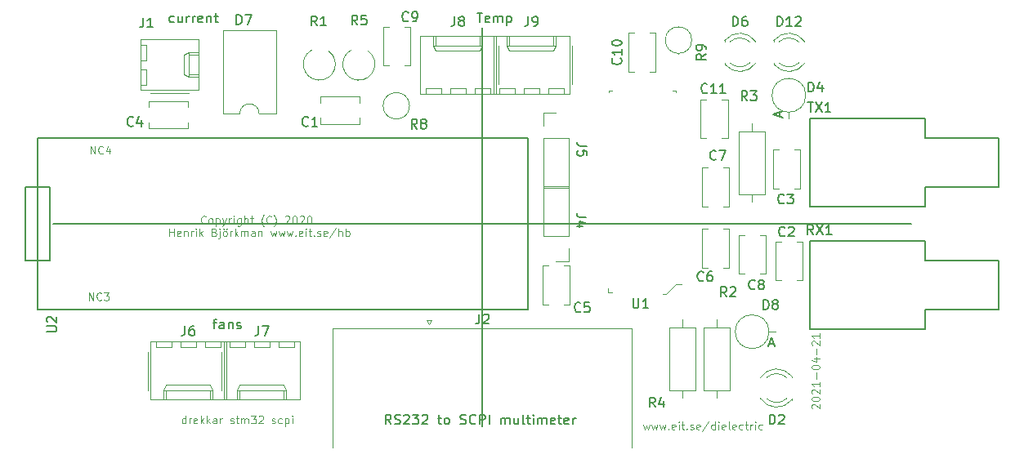
<source format=gbr>
G04 #@! TF.GenerationSoftware,KiCad,Pcbnew,5.1.5+dfsg1-2build2*
G04 #@! TF.CreationDate,2021-04-21T09:21:45+02:00*
G04 #@! TF.ProjectId,opto_board,6f70746f-5f62-46f6-9172-642e6b696361,rev?*
G04 #@! TF.SameCoordinates,Original*
G04 #@! TF.FileFunction,Legend,Top*
G04 #@! TF.FilePolarity,Positive*
%FSLAX46Y46*%
G04 Gerber Fmt 4.6, Leading zero omitted, Abs format (unit mm)*
G04 Created by KiCad (PCBNEW 5.1.5+dfsg1-2build2) date 2021-04-21 09:21:45*
%MOMM*%
%LPD*%
G04 APERTURE LIST*
%ADD10C,0.150000*%
%ADD11C,0.100000*%
%ADD12C,0.200000*%
%ADD13C,0.120000*%
G04 APERTURE END LIST*
D10*
X104831714Y-109672380D02*
X104498380Y-109196190D01*
X104260285Y-109672380D02*
X104260285Y-108672380D01*
X104641238Y-108672380D01*
X104736476Y-108720000D01*
X104784095Y-108767619D01*
X104831714Y-108862857D01*
X104831714Y-109005714D01*
X104784095Y-109100952D01*
X104736476Y-109148571D01*
X104641238Y-109196190D01*
X104260285Y-109196190D01*
X105212666Y-109624761D02*
X105355523Y-109672380D01*
X105593619Y-109672380D01*
X105688857Y-109624761D01*
X105736476Y-109577142D01*
X105784095Y-109481904D01*
X105784095Y-109386666D01*
X105736476Y-109291428D01*
X105688857Y-109243809D01*
X105593619Y-109196190D01*
X105403142Y-109148571D01*
X105307904Y-109100952D01*
X105260285Y-109053333D01*
X105212666Y-108958095D01*
X105212666Y-108862857D01*
X105260285Y-108767619D01*
X105307904Y-108720000D01*
X105403142Y-108672380D01*
X105641238Y-108672380D01*
X105784095Y-108720000D01*
X106165047Y-108767619D02*
X106212666Y-108720000D01*
X106307904Y-108672380D01*
X106546000Y-108672380D01*
X106641238Y-108720000D01*
X106688857Y-108767619D01*
X106736476Y-108862857D01*
X106736476Y-108958095D01*
X106688857Y-109100952D01*
X106117428Y-109672380D01*
X106736476Y-109672380D01*
X107069809Y-108672380D02*
X107688857Y-108672380D01*
X107355523Y-109053333D01*
X107498380Y-109053333D01*
X107593619Y-109100952D01*
X107641238Y-109148571D01*
X107688857Y-109243809D01*
X107688857Y-109481904D01*
X107641238Y-109577142D01*
X107593619Y-109624761D01*
X107498380Y-109672380D01*
X107212666Y-109672380D01*
X107117428Y-109624761D01*
X107069809Y-109577142D01*
X108069809Y-108767619D02*
X108117428Y-108720000D01*
X108212666Y-108672380D01*
X108450761Y-108672380D01*
X108546000Y-108720000D01*
X108593619Y-108767619D01*
X108641238Y-108862857D01*
X108641238Y-108958095D01*
X108593619Y-109100952D01*
X108022190Y-109672380D01*
X108641238Y-109672380D01*
X109688857Y-109005714D02*
X110069809Y-109005714D01*
X109831714Y-108672380D02*
X109831714Y-109529523D01*
X109879333Y-109624761D01*
X109974571Y-109672380D01*
X110069809Y-109672380D01*
X110546000Y-109672380D02*
X110450761Y-109624761D01*
X110403142Y-109577142D01*
X110355523Y-109481904D01*
X110355523Y-109196190D01*
X110403142Y-109100952D01*
X110450761Y-109053333D01*
X110546000Y-109005714D01*
X110688857Y-109005714D01*
X110784095Y-109053333D01*
X110831714Y-109100952D01*
X110879333Y-109196190D01*
X110879333Y-109481904D01*
X110831714Y-109577142D01*
X110784095Y-109624761D01*
X110688857Y-109672380D01*
X110546000Y-109672380D01*
X112022190Y-109624761D02*
X112165047Y-109672380D01*
X112403142Y-109672380D01*
X112498380Y-109624761D01*
X112546000Y-109577142D01*
X112593619Y-109481904D01*
X112593619Y-109386666D01*
X112546000Y-109291428D01*
X112498380Y-109243809D01*
X112403142Y-109196190D01*
X112212666Y-109148571D01*
X112117428Y-109100952D01*
X112069809Y-109053333D01*
X112022190Y-108958095D01*
X112022190Y-108862857D01*
X112069809Y-108767619D01*
X112117428Y-108720000D01*
X112212666Y-108672380D01*
X112450761Y-108672380D01*
X112593619Y-108720000D01*
X113593619Y-109577142D02*
X113546000Y-109624761D01*
X113403142Y-109672380D01*
X113307904Y-109672380D01*
X113165047Y-109624761D01*
X113069809Y-109529523D01*
X113022190Y-109434285D01*
X112974571Y-109243809D01*
X112974571Y-109100952D01*
X113022190Y-108910476D01*
X113069809Y-108815238D01*
X113165047Y-108720000D01*
X113307904Y-108672380D01*
X113403142Y-108672380D01*
X113546000Y-108720000D01*
X113593619Y-108767619D01*
X114022190Y-109672380D02*
X114022190Y-108672380D01*
X114403142Y-108672380D01*
X114498380Y-108720000D01*
X114546000Y-108767619D01*
X114593619Y-108862857D01*
X114593619Y-109005714D01*
X114546000Y-109100952D01*
X114498380Y-109148571D01*
X114403142Y-109196190D01*
X114022190Y-109196190D01*
X115022190Y-109672380D02*
X115022190Y-108672380D01*
X116260285Y-109672380D02*
X116260285Y-109005714D01*
X116260285Y-109100952D02*
X116307904Y-109053333D01*
X116403142Y-109005714D01*
X116546000Y-109005714D01*
X116641238Y-109053333D01*
X116688857Y-109148571D01*
X116688857Y-109672380D01*
X116688857Y-109148571D02*
X116736476Y-109053333D01*
X116831714Y-109005714D01*
X116974571Y-109005714D01*
X117069809Y-109053333D01*
X117117428Y-109148571D01*
X117117428Y-109672380D01*
X118022190Y-109005714D02*
X118022190Y-109672380D01*
X117593619Y-109005714D02*
X117593619Y-109529523D01*
X117641238Y-109624761D01*
X117736476Y-109672380D01*
X117879333Y-109672380D01*
X117974571Y-109624761D01*
X118022190Y-109577142D01*
X118641238Y-109672380D02*
X118546000Y-109624761D01*
X118498380Y-109529523D01*
X118498380Y-108672380D01*
X118879333Y-109005714D02*
X119260285Y-109005714D01*
X119022190Y-108672380D02*
X119022190Y-109529523D01*
X119069809Y-109624761D01*
X119165047Y-109672380D01*
X119260285Y-109672380D01*
X119593619Y-109672380D02*
X119593619Y-109005714D01*
X119593619Y-108672380D02*
X119546000Y-108720000D01*
X119593619Y-108767619D01*
X119641238Y-108720000D01*
X119593619Y-108672380D01*
X119593619Y-108767619D01*
X120069809Y-109672380D02*
X120069809Y-109005714D01*
X120069809Y-109100952D02*
X120117428Y-109053333D01*
X120212666Y-109005714D01*
X120355523Y-109005714D01*
X120450761Y-109053333D01*
X120498380Y-109148571D01*
X120498380Y-109672380D01*
X120498380Y-109148571D02*
X120546000Y-109053333D01*
X120641238Y-109005714D01*
X120784095Y-109005714D01*
X120879333Y-109053333D01*
X120926952Y-109148571D01*
X120926952Y-109672380D01*
X121784095Y-109624761D02*
X121688857Y-109672380D01*
X121498380Y-109672380D01*
X121403142Y-109624761D01*
X121355523Y-109529523D01*
X121355523Y-109148571D01*
X121403142Y-109053333D01*
X121498380Y-109005714D01*
X121688857Y-109005714D01*
X121784095Y-109053333D01*
X121831714Y-109148571D01*
X121831714Y-109243809D01*
X121355523Y-109339047D01*
X122117428Y-109005714D02*
X122498380Y-109005714D01*
X122260285Y-108672380D02*
X122260285Y-109529523D01*
X122307904Y-109624761D01*
X122403142Y-109672380D01*
X122498380Y-109672380D01*
X123212666Y-109624761D02*
X123117428Y-109672380D01*
X122926952Y-109672380D01*
X122831714Y-109624761D01*
X122784095Y-109529523D01*
X122784095Y-109148571D01*
X122831714Y-109053333D01*
X122926952Y-109005714D01*
X123117428Y-109005714D01*
X123212666Y-109053333D01*
X123260285Y-109148571D01*
X123260285Y-109243809D01*
X122784095Y-109339047D01*
X123688857Y-109672380D02*
X123688857Y-109005714D01*
X123688857Y-109196190D02*
X123736476Y-109100952D01*
X123784095Y-109053333D01*
X123879333Y-109005714D01*
X123974571Y-109005714D01*
X86384000Y-99099714D02*
X86764952Y-99099714D01*
X86526857Y-99766380D02*
X86526857Y-98909238D01*
X86574476Y-98814000D01*
X86669714Y-98766380D01*
X86764952Y-98766380D01*
X87526857Y-99766380D02*
X87526857Y-99242571D01*
X87479238Y-99147333D01*
X87384000Y-99099714D01*
X87193523Y-99099714D01*
X87098285Y-99147333D01*
X87526857Y-99718761D02*
X87431619Y-99766380D01*
X87193523Y-99766380D01*
X87098285Y-99718761D01*
X87050666Y-99623523D01*
X87050666Y-99528285D01*
X87098285Y-99433047D01*
X87193523Y-99385428D01*
X87431619Y-99385428D01*
X87526857Y-99337809D01*
X88003047Y-99099714D02*
X88003047Y-99766380D01*
X88003047Y-99194952D02*
X88050666Y-99147333D01*
X88145904Y-99099714D01*
X88288761Y-99099714D01*
X88384000Y-99147333D01*
X88431619Y-99242571D01*
X88431619Y-99766380D01*
X88860190Y-99718761D02*
X88955428Y-99766380D01*
X89145904Y-99766380D01*
X89241142Y-99718761D01*
X89288761Y-99623523D01*
X89288761Y-99575904D01*
X89241142Y-99480666D01*
X89145904Y-99433047D01*
X89003047Y-99433047D01*
X88907809Y-99385428D01*
X88860190Y-99290190D01*
X88860190Y-99242571D01*
X88907809Y-99147333D01*
X89003047Y-99099714D01*
X89145904Y-99099714D01*
X89241142Y-99147333D01*
X82328000Y-67968761D02*
X82232761Y-68016380D01*
X82042285Y-68016380D01*
X81947047Y-67968761D01*
X81899428Y-67921142D01*
X81851809Y-67825904D01*
X81851809Y-67540190D01*
X81899428Y-67444952D01*
X81947047Y-67397333D01*
X82042285Y-67349714D01*
X82232761Y-67349714D01*
X82328000Y-67397333D01*
X83185142Y-67349714D02*
X83185142Y-68016380D01*
X82756571Y-67349714D02*
X82756571Y-67873523D01*
X82804190Y-67968761D01*
X82899428Y-68016380D01*
X83042285Y-68016380D01*
X83137523Y-67968761D01*
X83185142Y-67921142D01*
X83661333Y-68016380D02*
X83661333Y-67349714D01*
X83661333Y-67540190D02*
X83708952Y-67444952D01*
X83756571Y-67397333D01*
X83851809Y-67349714D01*
X83947047Y-67349714D01*
X84280380Y-68016380D02*
X84280380Y-67349714D01*
X84280380Y-67540190D02*
X84328000Y-67444952D01*
X84375619Y-67397333D01*
X84470857Y-67349714D01*
X84566095Y-67349714D01*
X85280380Y-67968761D02*
X85185142Y-68016380D01*
X84994666Y-68016380D01*
X84899428Y-67968761D01*
X84851809Y-67873523D01*
X84851809Y-67492571D01*
X84899428Y-67397333D01*
X84994666Y-67349714D01*
X85185142Y-67349714D01*
X85280380Y-67397333D01*
X85328000Y-67492571D01*
X85328000Y-67587809D01*
X84851809Y-67683047D01*
X85756571Y-67349714D02*
X85756571Y-68016380D01*
X85756571Y-67444952D02*
X85804190Y-67397333D01*
X85899428Y-67349714D01*
X86042285Y-67349714D01*
X86137523Y-67397333D01*
X86185142Y-67492571D01*
X86185142Y-68016380D01*
X86518476Y-67349714D02*
X86899428Y-67349714D01*
X86661333Y-67016380D02*
X86661333Y-67873523D01*
X86708952Y-67968761D01*
X86804190Y-68016380D01*
X86899428Y-68016380D01*
X113736666Y-67016380D02*
X114308095Y-67016380D01*
X114022380Y-68016380D02*
X114022380Y-67016380D01*
X115022380Y-67968761D02*
X114927142Y-68016380D01*
X114736666Y-68016380D01*
X114641428Y-67968761D01*
X114593809Y-67873523D01*
X114593809Y-67492571D01*
X114641428Y-67397333D01*
X114736666Y-67349714D01*
X114927142Y-67349714D01*
X115022380Y-67397333D01*
X115070000Y-67492571D01*
X115070000Y-67587809D01*
X114593809Y-67683047D01*
X115498571Y-68016380D02*
X115498571Y-67349714D01*
X115498571Y-67444952D02*
X115546190Y-67397333D01*
X115641428Y-67349714D01*
X115784285Y-67349714D01*
X115879523Y-67397333D01*
X115927142Y-67492571D01*
X115927142Y-68016380D01*
X115927142Y-67492571D02*
X115974761Y-67397333D01*
X116070000Y-67349714D01*
X116212857Y-67349714D01*
X116308095Y-67397333D01*
X116355714Y-67492571D01*
X116355714Y-68016380D01*
X116831904Y-67349714D02*
X116831904Y-68349714D01*
X116831904Y-67397333D02*
X116927142Y-67349714D01*
X117117619Y-67349714D01*
X117212857Y-67397333D01*
X117260476Y-67444952D01*
X117308095Y-67540190D01*
X117308095Y-67825904D01*
X117260476Y-67921142D01*
X117212857Y-67968761D01*
X117117619Y-68016380D01*
X116927142Y-68016380D01*
X116831904Y-67968761D01*
D11*
X148482095Y-108025714D02*
X148444000Y-107987619D01*
X148405904Y-107911428D01*
X148405904Y-107720952D01*
X148444000Y-107644761D01*
X148482095Y-107606666D01*
X148558285Y-107568571D01*
X148634476Y-107568571D01*
X148748761Y-107606666D01*
X149205904Y-108063809D01*
X149205904Y-107568571D01*
X148405904Y-107073333D02*
X148405904Y-106997142D01*
X148444000Y-106920952D01*
X148482095Y-106882857D01*
X148558285Y-106844761D01*
X148710666Y-106806666D01*
X148901142Y-106806666D01*
X149053523Y-106844761D01*
X149129714Y-106882857D01*
X149167809Y-106920952D01*
X149205904Y-106997142D01*
X149205904Y-107073333D01*
X149167809Y-107149523D01*
X149129714Y-107187619D01*
X149053523Y-107225714D01*
X148901142Y-107263809D01*
X148710666Y-107263809D01*
X148558285Y-107225714D01*
X148482095Y-107187619D01*
X148444000Y-107149523D01*
X148405904Y-107073333D01*
X148482095Y-106501904D02*
X148444000Y-106463809D01*
X148405904Y-106387619D01*
X148405904Y-106197142D01*
X148444000Y-106120952D01*
X148482095Y-106082857D01*
X148558285Y-106044761D01*
X148634476Y-106044761D01*
X148748761Y-106082857D01*
X149205904Y-106540000D01*
X149205904Y-106044761D01*
X149205904Y-105282857D02*
X149205904Y-105740000D01*
X149205904Y-105511428D02*
X148405904Y-105511428D01*
X148520190Y-105587619D01*
X148596380Y-105663809D01*
X148634476Y-105740000D01*
X148901142Y-104940000D02*
X148901142Y-104330476D01*
X148405904Y-103797142D02*
X148405904Y-103720952D01*
X148444000Y-103644761D01*
X148482095Y-103606666D01*
X148558285Y-103568571D01*
X148710666Y-103530476D01*
X148901142Y-103530476D01*
X149053523Y-103568571D01*
X149129714Y-103606666D01*
X149167809Y-103644761D01*
X149205904Y-103720952D01*
X149205904Y-103797142D01*
X149167809Y-103873333D01*
X149129714Y-103911428D01*
X149053523Y-103949523D01*
X148901142Y-103987619D01*
X148710666Y-103987619D01*
X148558285Y-103949523D01*
X148482095Y-103911428D01*
X148444000Y-103873333D01*
X148405904Y-103797142D01*
X148672571Y-102844761D02*
X149205904Y-102844761D01*
X148367809Y-103035238D02*
X148939238Y-103225714D01*
X148939238Y-102730476D01*
X148901142Y-102425714D02*
X148901142Y-101816190D01*
X148482095Y-101473333D02*
X148444000Y-101435238D01*
X148405904Y-101359047D01*
X148405904Y-101168571D01*
X148444000Y-101092380D01*
X148482095Y-101054285D01*
X148558285Y-101016190D01*
X148634476Y-101016190D01*
X148748761Y-101054285D01*
X149205904Y-101511428D01*
X149205904Y-101016190D01*
X149205904Y-100254285D02*
X149205904Y-100711428D01*
X149205904Y-100482857D02*
X148405904Y-100482857D01*
X148520190Y-100559047D01*
X148596380Y-100635238D01*
X148634476Y-100711428D01*
X73539476Y-96805704D02*
X73539476Y-96005704D01*
X73996619Y-96805704D01*
X73996619Y-96005704D01*
X74834714Y-96729514D02*
X74796619Y-96767609D01*
X74682333Y-96805704D01*
X74606142Y-96805704D01*
X74491857Y-96767609D01*
X74415666Y-96691419D01*
X74377571Y-96615228D01*
X74339476Y-96462847D01*
X74339476Y-96348561D01*
X74377571Y-96196180D01*
X74415666Y-96119990D01*
X74491857Y-96043800D01*
X74606142Y-96005704D01*
X74682333Y-96005704D01*
X74796619Y-96043800D01*
X74834714Y-96081895D01*
X75101380Y-96005704D02*
X75596619Y-96005704D01*
X75329952Y-96310466D01*
X75444238Y-96310466D01*
X75520428Y-96348561D01*
X75558523Y-96386657D01*
X75596619Y-96462847D01*
X75596619Y-96653323D01*
X75558523Y-96729514D01*
X75520428Y-96767609D01*
X75444238Y-96805704D01*
X75215666Y-96805704D01*
X75139476Y-96767609D01*
X75101380Y-96729514D01*
X73691876Y-81641904D02*
X73691876Y-80841904D01*
X74149019Y-81641904D01*
X74149019Y-80841904D01*
X74987114Y-81565714D02*
X74949019Y-81603809D01*
X74834733Y-81641904D01*
X74758542Y-81641904D01*
X74644257Y-81603809D01*
X74568066Y-81527619D01*
X74529971Y-81451428D01*
X74491876Y-81299047D01*
X74491876Y-81184761D01*
X74529971Y-81032380D01*
X74568066Y-80956190D01*
X74644257Y-80880000D01*
X74758542Y-80841904D01*
X74834733Y-80841904D01*
X74949019Y-80880000D01*
X74987114Y-80918095D01*
X75672828Y-81108571D02*
X75672828Y-81641904D01*
X75482352Y-80803809D02*
X75291876Y-81375238D01*
X75787114Y-81375238D01*
X130988571Y-109683571D02*
X131140952Y-110216904D01*
X131293333Y-109835952D01*
X131445714Y-110216904D01*
X131598095Y-109683571D01*
X131826666Y-109683571D02*
X131979047Y-110216904D01*
X132131428Y-109835952D01*
X132283809Y-110216904D01*
X132436190Y-109683571D01*
X132664761Y-109683571D02*
X132817142Y-110216904D01*
X132969523Y-109835952D01*
X133121904Y-110216904D01*
X133274285Y-109683571D01*
X133579047Y-110140714D02*
X133617142Y-110178809D01*
X133579047Y-110216904D01*
X133540952Y-110178809D01*
X133579047Y-110140714D01*
X133579047Y-110216904D01*
X134264761Y-110178809D02*
X134188571Y-110216904D01*
X134036190Y-110216904D01*
X133960000Y-110178809D01*
X133921904Y-110102619D01*
X133921904Y-109797857D01*
X133960000Y-109721666D01*
X134036190Y-109683571D01*
X134188571Y-109683571D01*
X134264761Y-109721666D01*
X134302857Y-109797857D01*
X134302857Y-109874047D01*
X133921904Y-109950238D01*
X134645714Y-110216904D02*
X134645714Y-109683571D01*
X134645714Y-109416904D02*
X134607619Y-109455000D01*
X134645714Y-109493095D01*
X134683809Y-109455000D01*
X134645714Y-109416904D01*
X134645714Y-109493095D01*
X134912380Y-109683571D02*
X135217142Y-109683571D01*
X135026666Y-109416904D02*
X135026666Y-110102619D01*
X135064761Y-110178809D01*
X135140952Y-110216904D01*
X135217142Y-110216904D01*
X135483809Y-110140714D02*
X135521904Y-110178809D01*
X135483809Y-110216904D01*
X135445714Y-110178809D01*
X135483809Y-110140714D01*
X135483809Y-110216904D01*
X135826666Y-110178809D02*
X135902857Y-110216904D01*
X136055238Y-110216904D01*
X136131428Y-110178809D01*
X136169523Y-110102619D01*
X136169523Y-110064523D01*
X136131428Y-109988333D01*
X136055238Y-109950238D01*
X135940952Y-109950238D01*
X135864761Y-109912142D01*
X135826666Y-109835952D01*
X135826666Y-109797857D01*
X135864761Y-109721666D01*
X135940952Y-109683571D01*
X136055238Y-109683571D01*
X136131428Y-109721666D01*
X136817142Y-110178809D02*
X136740952Y-110216904D01*
X136588571Y-110216904D01*
X136512380Y-110178809D01*
X136474285Y-110102619D01*
X136474285Y-109797857D01*
X136512380Y-109721666D01*
X136588571Y-109683571D01*
X136740952Y-109683571D01*
X136817142Y-109721666D01*
X136855238Y-109797857D01*
X136855238Y-109874047D01*
X136474285Y-109950238D01*
X137769523Y-109378809D02*
X137083809Y-110407380D01*
X138379047Y-110216904D02*
X138379047Y-109416904D01*
X138379047Y-110178809D02*
X138302857Y-110216904D01*
X138150476Y-110216904D01*
X138074285Y-110178809D01*
X138036190Y-110140714D01*
X137998095Y-110064523D01*
X137998095Y-109835952D01*
X138036190Y-109759761D01*
X138074285Y-109721666D01*
X138150476Y-109683571D01*
X138302857Y-109683571D01*
X138379047Y-109721666D01*
X138760000Y-110216904D02*
X138760000Y-109683571D01*
X138760000Y-109416904D02*
X138721904Y-109455000D01*
X138760000Y-109493095D01*
X138798095Y-109455000D01*
X138760000Y-109416904D01*
X138760000Y-109493095D01*
X139445714Y-110178809D02*
X139369523Y-110216904D01*
X139217142Y-110216904D01*
X139140952Y-110178809D01*
X139102857Y-110102619D01*
X139102857Y-109797857D01*
X139140952Y-109721666D01*
X139217142Y-109683571D01*
X139369523Y-109683571D01*
X139445714Y-109721666D01*
X139483809Y-109797857D01*
X139483809Y-109874047D01*
X139102857Y-109950238D01*
X139940952Y-110216904D02*
X139864761Y-110178809D01*
X139826666Y-110102619D01*
X139826666Y-109416904D01*
X140550476Y-110178809D02*
X140474285Y-110216904D01*
X140321904Y-110216904D01*
X140245714Y-110178809D01*
X140207619Y-110102619D01*
X140207619Y-109797857D01*
X140245714Y-109721666D01*
X140321904Y-109683571D01*
X140474285Y-109683571D01*
X140550476Y-109721666D01*
X140588571Y-109797857D01*
X140588571Y-109874047D01*
X140207619Y-109950238D01*
X141274285Y-110178809D02*
X141198095Y-110216904D01*
X141045714Y-110216904D01*
X140969523Y-110178809D01*
X140931428Y-110140714D01*
X140893333Y-110064523D01*
X140893333Y-109835952D01*
X140931428Y-109759761D01*
X140969523Y-109721666D01*
X141045714Y-109683571D01*
X141198095Y-109683571D01*
X141274285Y-109721666D01*
X141502857Y-109683571D02*
X141807619Y-109683571D01*
X141617142Y-109416904D02*
X141617142Y-110102619D01*
X141655238Y-110178809D01*
X141731428Y-110216904D01*
X141807619Y-110216904D01*
X142074285Y-110216904D02*
X142074285Y-109683571D01*
X142074285Y-109835952D02*
X142112380Y-109759761D01*
X142150476Y-109721666D01*
X142226666Y-109683571D01*
X142302857Y-109683571D01*
X142569523Y-110216904D02*
X142569523Y-109683571D01*
X142569523Y-109416904D02*
X142531428Y-109455000D01*
X142569523Y-109493095D01*
X142607619Y-109455000D01*
X142569523Y-109416904D01*
X142569523Y-109493095D01*
X143293333Y-110178809D02*
X143217142Y-110216904D01*
X143064761Y-110216904D01*
X142988571Y-110178809D01*
X142950476Y-110140714D01*
X142912380Y-110064523D01*
X142912380Y-109835952D01*
X142950476Y-109759761D01*
X142988571Y-109721666D01*
X143064761Y-109683571D01*
X143217142Y-109683571D01*
X143293333Y-109721666D01*
X83547619Y-109581904D02*
X83547619Y-108781904D01*
X83547619Y-109543809D02*
X83471428Y-109581904D01*
X83319047Y-109581904D01*
X83242857Y-109543809D01*
X83204761Y-109505714D01*
X83166666Y-109429523D01*
X83166666Y-109200952D01*
X83204761Y-109124761D01*
X83242857Y-109086666D01*
X83319047Y-109048571D01*
X83471428Y-109048571D01*
X83547619Y-109086666D01*
X83928571Y-109581904D02*
X83928571Y-109048571D01*
X83928571Y-109200952D02*
X83966666Y-109124761D01*
X84004761Y-109086666D01*
X84080952Y-109048571D01*
X84157142Y-109048571D01*
X84728571Y-109543809D02*
X84652380Y-109581904D01*
X84500000Y-109581904D01*
X84423809Y-109543809D01*
X84385714Y-109467619D01*
X84385714Y-109162857D01*
X84423809Y-109086666D01*
X84500000Y-109048571D01*
X84652380Y-109048571D01*
X84728571Y-109086666D01*
X84766666Y-109162857D01*
X84766666Y-109239047D01*
X84385714Y-109315238D01*
X85109523Y-109581904D02*
X85109523Y-108781904D01*
X85185714Y-109277142D02*
X85414285Y-109581904D01*
X85414285Y-109048571D02*
X85109523Y-109353333D01*
X85757142Y-109581904D02*
X85757142Y-108781904D01*
X85833333Y-109277142D02*
X86061904Y-109581904D01*
X86061904Y-109048571D02*
X85757142Y-109353333D01*
X86747619Y-109581904D02*
X86747619Y-109162857D01*
X86709523Y-109086666D01*
X86633333Y-109048571D01*
X86480952Y-109048571D01*
X86404761Y-109086666D01*
X86747619Y-109543809D02*
X86671428Y-109581904D01*
X86480952Y-109581904D01*
X86404761Y-109543809D01*
X86366666Y-109467619D01*
X86366666Y-109391428D01*
X86404761Y-109315238D01*
X86480952Y-109277142D01*
X86671428Y-109277142D01*
X86747619Y-109239047D01*
X87128571Y-109581904D02*
X87128571Y-109048571D01*
X87128571Y-109200952D02*
X87166666Y-109124761D01*
X87204761Y-109086666D01*
X87280952Y-109048571D01*
X87357142Y-109048571D01*
X88195238Y-109543809D02*
X88271428Y-109581904D01*
X88423809Y-109581904D01*
X88500000Y-109543809D01*
X88538095Y-109467619D01*
X88538095Y-109429523D01*
X88500000Y-109353333D01*
X88423809Y-109315238D01*
X88309523Y-109315238D01*
X88233333Y-109277142D01*
X88195238Y-109200952D01*
X88195238Y-109162857D01*
X88233333Y-109086666D01*
X88309523Y-109048571D01*
X88423809Y-109048571D01*
X88500000Y-109086666D01*
X88766666Y-109048571D02*
X89071428Y-109048571D01*
X88880952Y-108781904D02*
X88880952Y-109467619D01*
X88919047Y-109543809D01*
X88995238Y-109581904D01*
X89071428Y-109581904D01*
X89338095Y-109581904D02*
X89338095Y-109048571D01*
X89338095Y-109124761D02*
X89376190Y-109086666D01*
X89452380Y-109048571D01*
X89566666Y-109048571D01*
X89642857Y-109086666D01*
X89680952Y-109162857D01*
X89680952Y-109581904D01*
X89680952Y-109162857D02*
X89719047Y-109086666D01*
X89795238Y-109048571D01*
X89909523Y-109048571D01*
X89985714Y-109086666D01*
X90023809Y-109162857D01*
X90023809Y-109581904D01*
X90328571Y-108781904D02*
X90823809Y-108781904D01*
X90557142Y-109086666D01*
X90671428Y-109086666D01*
X90747619Y-109124761D01*
X90785714Y-109162857D01*
X90823809Y-109239047D01*
X90823809Y-109429523D01*
X90785714Y-109505714D01*
X90747619Y-109543809D01*
X90671428Y-109581904D01*
X90442857Y-109581904D01*
X90366666Y-109543809D01*
X90328571Y-109505714D01*
X91128571Y-108858095D02*
X91166666Y-108820000D01*
X91242857Y-108781904D01*
X91433333Y-108781904D01*
X91509523Y-108820000D01*
X91547619Y-108858095D01*
X91585714Y-108934285D01*
X91585714Y-109010476D01*
X91547619Y-109124761D01*
X91090476Y-109581904D01*
X91585714Y-109581904D01*
X92500000Y-109543809D02*
X92576190Y-109581904D01*
X92728571Y-109581904D01*
X92804761Y-109543809D01*
X92842857Y-109467619D01*
X92842857Y-109429523D01*
X92804761Y-109353333D01*
X92728571Y-109315238D01*
X92614285Y-109315238D01*
X92538095Y-109277142D01*
X92500000Y-109200952D01*
X92500000Y-109162857D01*
X92538095Y-109086666D01*
X92614285Y-109048571D01*
X92728571Y-109048571D01*
X92804761Y-109086666D01*
X93528571Y-109543809D02*
X93452380Y-109581904D01*
X93300000Y-109581904D01*
X93223809Y-109543809D01*
X93185714Y-109505714D01*
X93147619Y-109429523D01*
X93147619Y-109200952D01*
X93185714Y-109124761D01*
X93223809Y-109086666D01*
X93300000Y-109048571D01*
X93452380Y-109048571D01*
X93528571Y-109086666D01*
X93871428Y-109048571D02*
X93871428Y-109848571D01*
X93871428Y-109086666D02*
X93947619Y-109048571D01*
X94100000Y-109048571D01*
X94176190Y-109086666D01*
X94214285Y-109124761D01*
X94252380Y-109200952D01*
X94252380Y-109429523D01*
X94214285Y-109505714D01*
X94176190Y-109543809D01*
X94100000Y-109581904D01*
X93947619Y-109581904D01*
X93871428Y-109543809D01*
X94595238Y-109581904D02*
X94595238Y-109048571D01*
X94595238Y-108781904D02*
X94557142Y-108820000D01*
X94595238Y-108858095D01*
X94633333Y-108820000D01*
X94595238Y-108781904D01*
X94595238Y-108858095D01*
D12*
X158750000Y-88900000D02*
X69850000Y-88900000D01*
X114300000Y-109855000D02*
X114300000Y-68580000D01*
D11*
X85643142Y-88789714D02*
X85605047Y-88827809D01*
X85490761Y-88865904D01*
X85414571Y-88865904D01*
X85300285Y-88827809D01*
X85224095Y-88751619D01*
X85186000Y-88675428D01*
X85147904Y-88523047D01*
X85147904Y-88408761D01*
X85186000Y-88256380D01*
X85224095Y-88180190D01*
X85300285Y-88104000D01*
X85414571Y-88065904D01*
X85490761Y-88065904D01*
X85605047Y-88104000D01*
X85643142Y-88142095D01*
X86100285Y-88865904D02*
X86024095Y-88827809D01*
X85986000Y-88789714D01*
X85947904Y-88713523D01*
X85947904Y-88484952D01*
X85986000Y-88408761D01*
X86024095Y-88370666D01*
X86100285Y-88332571D01*
X86214571Y-88332571D01*
X86290761Y-88370666D01*
X86328857Y-88408761D01*
X86366952Y-88484952D01*
X86366952Y-88713523D01*
X86328857Y-88789714D01*
X86290761Y-88827809D01*
X86214571Y-88865904D01*
X86100285Y-88865904D01*
X86709809Y-88332571D02*
X86709809Y-89132571D01*
X86709809Y-88370666D02*
X86786000Y-88332571D01*
X86938380Y-88332571D01*
X87014571Y-88370666D01*
X87052666Y-88408761D01*
X87090761Y-88484952D01*
X87090761Y-88713523D01*
X87052666Y-88789714D01*
X87014571Y-88827809D01*
X86938380Y-88865904D01*
X86786000Y-88865904D01*
X86709809Y-88827809D01*
X87357428Y-88332571D02*
X87547904Y-88865904D01*
X87738380Y-88332571D02*
X87547904Y-88865904D01*
X87471714Y-89056380D01*
X87433619Y-89094476D01*
X87357428Y-89132571D01*
X88043142Y-88865904D02*
X88043142Y-88332571D01*
X88043142Y-88484952D02*
X88081238Y-88408761D01*
X88119333Y-88370666D01*
X88195523Y-88332571D01*
X88271714Y-88332571D01*
X88538380Y-88865904D02*
X88538380Y-88332571D01*
X88538380Y-88065904D02*
X88500285Y-88104000D01*
X88538380Y-88142095D01*
X88576476Y-88104000D01*
X88538380Y-88065904D01*
X88538380Y-88142095D01*
X89262190Y-88332571D02*
X89262190Y-88980190D01*
X89224095Y-89056380D01*
X89186000Y-89094476D01*
X89109809Y-89132571D01*
X88995523Y-89132571D01*
X88919333Y-89094476D01*
X89262190Y-88827809D02*
X89186000Y-88865904D01*
X89033619Y-88865904D01*
X88957428Y-88827809D01*
X88919333Y-88789714D01*
X88881238Y-88713523D01*
X88881238Y-88484952D01*
X88919333Y-88408761D01*
X88957428Y-88370666D01*
X89033619Y-88332571D01*
X89186000Y-88332571D01*
X89262190Y-88370666D01*
X89643142Y-88865904D02*
X89643142Y-88065904D01*
X89986000Y-88865904D02*
X89986000Y-88446857D01*
X89947904Y-88370666D01*
X89871714Y-88332571D01*
X89757428Y-88332571D01*
X89681238Y-88370666D01*
X89643142Y-88408761D01*
X90252666Y-88332571D02*
X90557428Y-88332571D01*
X90366952Y-88065904D02*
X90366952Y-88751619D01*
X90405047Y-88827809D01*
X90481238Y-88865904D01*
X90557428Y-88865904D01*
X91662190Y-89170666D02*
X91624095Y-89132571D01*
X91547904Y-89018285D01*
X91509809Y-88942095D01*
X91471714Y-88827809D01*
X91433619Y-88637333D01*
X91433619Y-88484952D01*
X91471714Y-88294476D01*
X91509809Y-88180190D01*
X91547904Y-88104000D01*
X91624095Y-87989714D01*
X91662190Y-87951619D01*
X92424095Y-88789714D02*
X92386000Y-88827809D01*
X92271714Y-88865904D01*
X92195523Y-88865904D01*
X92081238Y-88827809D01*
X92005047Y-88751619D01*
X91966952Y-88675428D01*
X91928857Y-88523047D01*
X91928857Y-88408761D01*
X91966952Y-88256380D01*
X92005047Y-88180190D01*
X92081238Y-88104000D01*
X92195523Y-88065904D01*
X92271714Y-88065904D01*
X92386000Y-88104000D01*
X92424095Y-88142095D01*
X92690761Y-89170666D02*
X92728857Y-89132571D01*
X92805047Y-89018285D01*
X92843142Y-88942095D01*
X92881238Y-88827809D01*
X92919333Y-88637333D01*
X92919333Y-88484952D01*
X92881238Y-88294476D01*
X92843142Y-88180190D01*
X92805047Y-88104000D01*
X92728857Y-87989714D01*
X92690761Y-87951619D01*
X93871714Y-88142095D02*
X93909809Y-88104000D01*
X93986000Y-88065904D01*
X94176476Y-88065904D01*
X94252666Y-88104000D01*
X94290761Y-88142095D01*
X94328857Y-88218285D01*
X94328857Y-88294476D01*
X94290761Y-88408761D01*
X93833619Y-88865904D01*
X94328857Y-88865904D01*
X94824095Y-88065904D02*
X94900285Y-88065904D01*
X94976476Y-88104000D01*
X95014571Y-88142095D01*
X95052666Y-88218285D01*
X95090761Y-88370666D01*
X95090761Y-88561142D01*
X95052666Y-88713523D01*
X95014571Y-88789714D01*
X94976476Y-88827809D01*
X94900285Y-88865904D01*
X94824095Y-88865904D01*
X94747904Y-88827809D01*
X94709809Y-88789714D01*
X94671714Y-88713523D01*
X94633619Y-88561142D01*
X94633619Y-88370666D01*
X94671714Y-88218285D01*
X94709809Y-88142095D01*
X94747904Y-88104000D01*
X94824095Y-88065904D01*
X95395523Y-88142095D02*
X95433619Y-88104000D01*
X95509809Y-88065904D01*
X95700285Y-88065904D01*
X95776476Y-88104000D01*
X95814571Y-88142095D01*
X95852666Y-88218285D01*
X95852666Y-88294476D01*
X95814571Y-88408761D01*
X95357428Y-88865904D01*
X95852666Y-88865904D01*
X96347904Y-88065904D02*
X96424095Y-88065904D01*
X96500285Y-88104000D01*
X96538380Y-88142095D01*
X96576476Y-88218285D01*
X96614571Y-88370666D01*
X96614571Y-88561142D01*
X96576476Y-88713523D01*
X96538380Y-88789714D01*
X96500285Y-88827809D01*
X96424095Y-88865904D01*
X96347904Y-88865904D01*
X96271714Y-88827809D01*
X96233619Y-88789714D01*
X96195523Y-88713523D01*
X96157428Y-88561142D01*
X96157428Y-88370666D01*
X96195523Y-88218285D01*
X96233619Y-88142095D01*
X96271714Y-88104000D01*
X96347904Y-88065904D01*
X81890761Y-90165904D02*
X81890761Y-89365904D01*
X81890761Y-89746857D02*
X82347904Y-89746857D01*
X82347904Y-90165904D02*
X82347904Y-89365904D01*
X83033619Y-90127809D02*
X82957428Y-90165904D01*
X82805047Y-90165904D01*
X82728857Y-90127809D01*
X82690761Y-90051619D01*
X82690761Y-89746857D01*
X82728857Y-89670666D01*
X82805047Y-89632571D01*
X82957428Y-89632571D01*
X83033619Y-89670666D01*
X83071714Y-89746857D01*
X83071714Y-89823047D01*
X82690761Y-89899238D01*
X83414571Y-89632571D02*
X83414571Y-90165904D01*
X83414571Y-89708761D02*
X83452666Y-89670666D01*
X83528857Y-89632571D01*
X83643142Y-89632571D01*
X83719333Y-89670666D01*
X83757428Y-89746857D01*
X83757428Y-90165904D01*
X84138380Y-90165904D02*
X84138380Y-89632571D01*
X84138380Y-89784952D02*
X84176476Y-89708761D01*
X84214571Y-89670666D01*
X84290761Y-89632571D01*
X84366952Y-89632571D01*
X84633619Y-90165904D02*
X84633619Y-89632571D01*
X84633619Y-89365904D02*
X84595523Y-89404000D01*
X84633619Y-89442095D01*
X84671714Y-89404000D01*
X84633619Y-89365904D01*
X84633619Y-89442095D01*
X85014571Y-90165904D02*
X85014571Y-89365904D01*
X85090761Y-89861142D02*
X85319333Y-90165904D01*
X85319333Y-89632571D02*
X85014571Y-89937333D01*
X86538380Y-89746857D02*
X86652666Y-89784952D01*
X86690761Y-89823047D01*
X86728857Y-89899238D01*
X86728857Y-90013523D01*
X86690761Y-90089714D01*
X86652666Y-90127809D01*
X86576476Y-90165904D01*
X86271714Y-90165904D01*
X86271714Y-89365904D01*
X86538380Y-89365904D01*
X86614571Y-89404000D01*
X86652666Y-89442095D01*
X86690761Y-89518285D01*
X86690761Y-89594476D01*
X86652666Y-89670666D01*
X86614571Y-89708761D01*
X86538380Y-89746857D01*
X86271714Y-89746857D01*
X87071714Y-89632571D02*
X87071714Y-90318285D01*
X87033619Y-90394476D01*
X86957428Y-90432571D01*
X86919333Y-90432571D01*
X87071714Y-89365904D02*
X87033619Y-89404000D01*
X87071714Y-89442095D01*
X87109809Y-89404000D01*
X87071714Y-89365904D01*
X87071714Y-89442095D01*
X87566952Y-90165904D02*
X87490761Y-90127809D01*
X87452666Y-90089714D01*
X87414571Y-90013523D01*
X87414571Y-89784952D01*
X87452666Y-89708761D01*
X87490761Y-89670666D01*
X87566952Y-89632571D01*
X87681238Y-89632571D01*
X87757428Y-89670666D01*
X87795523Y-89708761D01*
X87833619Y-89784952D01*
X87833619Y-90013523D01*
X87795523Y-90089714D01*
X87757428Y-90127809D01*
X87681238Y-90165904D01*
X87566952Y-90165904D01*
X87490761Y-89365904D02*
X87528857Y-89404000D01*
X87490761Y-89442095D01*
X87452666Y-89404000D01*
X87490761Y-89365904D01*
X87490761Y-89442095D01*
X87795523Y-89365904D02*
X87833619Y-89404000D01*
X87795523Y-89442095D01*
X87757428Y-89404000D01*
X87795523Y-89365904D01*
X87795523Y-89442095D01*
X88176476Y-90165904D02*
X88176476Y-89632571D01*
X88176476Y-89784952D02*
X88214571Y-89708761D01*
X88252666Y-89670666D01*
X88328857Y-89632571D01*
X88405047Y-89632571D01*
X88671714Y-90165904D02*
X88671714Y-89365904D01*
X88747904Y-89861142D02*
X88976476Y-90165904D01*
X88976476Y-89632571D02*
X88671714Y-89937333D01*
X89319333Y-90165904D02*
X89319333Y-89632571D01*
X89319333Y-89708761D02*
X89357428Y-89670666D01*
X89433619Y-89632571D01*
X89547904Y-89632571D01*
X89624095Y-89670666D01*
X89662190Y-89746857D01*
X89662190Y-90165904D01*
X89662190Y-89746857D02*
X89700285Y-89670666D01*
X89776476Y-89632571D01*
X89890761Y-89632571D01*
X89966952Y-89670666D01*
X90005047Y-89746857D01*
X90005047Y-90165904D01*
X90728857Y-90165904D02*
X90728857Y-89746857D01*
X90690761Y-89670666D01*
X90614571Y-89632571D01*
X90462190Y-89632571D01*
X90386000Y-89670666D01*
X90728857Y-90127809D02*
X90652666Y-90165904D01*
X90462190Y-90165904D01*
X90386000Y-90127809D01*
X90347904Y-90051619D01*
X90347904Y-89975428D01*
X90386000Y-89899238D01*
X90462190Y-89861142D01*
X90652666Y-89861142D01*
X90728857Y-89823047D01*
X91109809Y-89632571D02*
X91109809Y-90165904D01*
X91109809Y-89708761D02*
X91147904Y-89670666D01*
X91224095Y-89632571D01*
X91338380Y-89632571D01*
X91414571Y-89670666D01*
X91452666Y-89746857D01*
X91452666Y-90165904D01*
X92366952Y-89632571D02*
X92519333Y-90165904D01*
X92671714Y-89784952D01*
X92824095Y-90165904D01*
X92976476Y-89632571D01*
X93205047Y-89632571D02*
X93357428Y-90165904D01*
X93509809Y-89784952D01*
X93662190Y-90165904D01*
X93814571Y-89632571D01*
X94043142Y-89632571D02*
X94195523Y-90165904D01*
X94347904Y-89784952D01*
X94500285Y-90165904D01*
X94652666Y-89632571D01*
X94957428Y-90089714D02*
X94995523Y-90127809D01*
X94957428Y-90165904D01*
X94919333Y-90127809D01*
X94957428Y-90089714D01*
X94957428Y-90165904D01*
X95643142Y-90127809D02*
X95566952Y-90165904D01*
X95414571Y-90165904D01*
X95338380Y-90127809D01*
X95300285Y-90051619D01*
X95300285Y-89746857D01*
X95338380Y-89670666D01*
X95414571Y-89632571D01*
X95566952Y-89632571D01*
X95643142Y-89670666D01*
X95681238Y-89746857D01*
X95681238Y-89823047D01*
X95300285Y-89899238D01*
X96024095Y-90165904D02*
X96024095Y-89632571D01*
X96024095Y-89365904D02*
X95986000Y-89404000D01*
X96024095Y-89442095D01*
X96062190Y-89404000D01*
X96024095Y-89365904D01*
X96024095Y-89442095D01*
X96290761Y-89632571D02*
X96595523Y-89632571D01*
X96405047Y-89365904D02*
X96405047Y-90051619D01*
X96443142Y-90127809D01*
X96519333Y-90165904D01*
X96595523Y-90165904D01*
X96862190Y-90089714D02*
X96900285Y-90127809D01*
X96862190Y-90165904D01*
X96824095Y-90127809D01*
X96862190Y-90089714D01*
X96862190Y-90165904D01*
X97205047Y-90127809D02*
X97281238Y-90165904D01*
X97433619Y-90165904D01*
X97509809Y-90127809D01*
X97547904Y-90051619D01*
X97547904Y-90013523D01*
X97509809Y-89937333D01*
X97433619Y-89899238D01*
X97319333Y-89899238D01*
X97243142Y-89861142D01*
X97205047Y-89784952D01*
X97205047Y-89746857D01*
X97243142Y-89670666D01*
X97319333Y-89632571D01*
X97433619Y-89632571D01*
X97509809Y-89670666D01*
X98195523Y-90127809D02*
X98119333Y-90165904D01*
X97966952Y-90165904D01*
X97890761Y-90127809D01*
X97852666Y-90051619D01*
X97852666Y-89746857D01*
X97890761Y-89670666D01*
X97966952Y-89632571D01*
X98119333Y-89632571D01*
X98195523Y-89670666D01*
X98233619Y-89746857D01*
X98233619Y-89823047D01*
X97852666Y-89899238D01*
X99147904Y-89327809D02*
X98462190Y-90356380D01*
X99414571Y-90165904D02*
X99414571Y-89365904D01*
X99757428Y-90165904D02*
X99757428Y-89746857D01*
X99719333Y-89670666D01*
X99643142Y-89632571D01*
X99528857Y-89632571D01*
X99452666Y-89670666D01*
X99414571Y-89708761D01*
X100138380Y-90165904D02*
X100138380Y-89365904D01*
X100138380Y-89670666D02*
X100214571Y-89632571D01*
X100366952Y-89632571D01*
X100443142Y-89670666D01*
X100481238Y-89708761D01*
X100519333Y-89784952D01*
X100519333Y-90013523D01*
X100481238Y-90089714D01*
X100443142Y-90127809D01*
X100366952Y-90165904D01*
X100214571Y-90165904D01*
X100138380Y-90127809D01*
D13*
X102469780Y-70994425D02*
G75*
G02X100698400Y-70885928I-971380J-1344775D01*
G01*
X98380380Y-70994425D02*
G75*
G02X96609000Y-70885928I-971380J-1344775D01*
G01*
X136371000Y-99600000D02*
X133631000Y-99600000D01*
X133631000Y-99600000D02*
X133631000Y-106140000D01*
X133631000Y-106140000D02*
X136371000Y-106140000D01*
X136371000Y-106140000D02*
X136371000Y-99600000D01*
X135001000Y-98830000D02*
X135001000Y-99600000D01*
X135001000Y-106910000D02*
X135001000Y-106140000D01*
X98815000Y-112080000D02*
X98815000Y-99740000D01*
X98815000Y-99740000D02*
X129785000Y-99740000D01*
X129785000Y-99740000D02*
X129785000Y-112080000D01*
X108510000Y-98845662D02*
X109010000Y-98845662D01*
X109010000Y-98845662D02*
X108760000Y-99278675D01*
X108760000Y-99278675D02*
X108510000Y-98845662D01*
X139723000Y-75978000D02*
X139723000Y-80018000D01*
X136883000Y-75978000D02*
X136883000Y-80018000D01*
X139723000Y-75978000D02*
X139098000Y-75978000D01*
X137508000Y-75978000D02*
X136883000Y-75978000D01*
X139723000Y-80018000D02*
X139098000Y-80018000D01*
X137508000Y-80018000D02*
X136883000Y-80018000D01*
X97553400Y-75694400D02*
X101593400Y-75694400D01*
X97553400Y-78534400D02*
X101593400Y-78534400D01*
X97553400Y-75694400D02*
X97553400Y-76319400D01*
X97553400Y-77909400D02*
X97553400Y-78534400D01*
X101593400Y-75694400D02*
X101593400Y-76319400D01*
X101593400Y-77909400D02*
X101593400Y-78534400D01*
X78885000Y-75040000D02*
X84905000Y-75040000D01*
X84905000Y-75040000D02*
X84905000Y-69740000D01*
X84905000Y-69740000D02*
X78885000Y-69740000D01*
X78885000Y-69740000D02*
X78885000Y-75040000D01*
X79915000Y-75330000D02*
X83915000Y-75330000D01*
X84905000Y-73660000D02*
X83905000Y-73660000D01*
X83905000Y-73660000D02*
X83905000Y-71120000D01*
X83905000Y-71120000D02*
X84905000Y-71120000D01*
X83905000Y-73660000D02*
X83375000Y-73410000D01*
X83375000Y-73410000D02*
X83375000Y-71370000D01*
X83375000Y-71370000D02*
X83905000Y-71120000D01*
X84905000Y-73410000D02*
X83905000Y-73410000D01*
X84905000Y-71370000D02*
X83905000Y-71370000D01*
X78885000Y-74460000D02*
X79485000Y-74460000D01*
X79485000Y-74460000D02*
X79485000Y-72860000D01*
X79485000Y-72860000D02*
X78885000Y-72860000D01*
X78885000Y-71920000D02*
X79485000Y-71920000D01*
X79485000Y-71920000D02*
X79485000Y-70320000D01*
X79485000Y-70320000D02*
X78885000Y-70320000D01*
X87400000Y-77465000D02*
X89170000Y-77465000D01*
X87400000Y-68865000D02*
X87400000Y-77465000D01*
X92940000Y-68865000D02*
X87400000Y-68865000D01*
X92940000Y-77465000D02*
X92940000Y-68865000D01*
X91170000Y-77465000D02*
X92940000Y-77465000D01*
X89170000Y-77465000D02*
G75*
G02X91170000Y-77465000I1000000J0D01*
G01*
X115680000Y-75420000D02*
X115680000Y-69400000D01*
X115680000Y-69400000D02*
X107840000Y-69400000D01*
X107840000Y-69400000D02*
X107840000Y-75420000D01*
X107840000Y-75420000D02*
X115680000Y-75420000D01*
X115970000Y-74390000D02*
X115970000Y-70390000D01*
X114300000Y-69400000D02*
X114300000Y-70400000D01*
X114300000Y-70400000D02*
X109220000Y-70400000D01*
X109220000Y-70400000D02*
X109220000Y-69400000D01*
X114300000Y-70400000D02*
X114050000Y-70930000D01*
X114050000Y-70930000D02*
X109470000Y-70930000D01*
X109470000Y-70930000D02*
X109220000Y-70400000D01*
X114050000Y-69400000D02*
X114050000Y-70400000D01*
X109470000Y-69400000D02*
X109470000Y-70400000D01*
X115100000Y-75420000D02*
X115100000Y-74820000D01*
X115100000Y-74820000D02*
X113500000Y-74820000D01*
X113500000Y-74820000D02*
X113500000Y-75420000D01*
X112560000Y-75420000D02*
X112560000Y-74820000D01*
X112560000Y-74820000D02*
X110960000Y-74820000D01*
X110960000Y-74820000D02*
X110960000Y-75420000D01*
X110020000Y-75420000D02*
X110020000Y-74820000D01*
X110020000Y-74820000D02*
X108420000Y-74820000D01*
X108420000Y-74820000D02*
X108420000Y-75420000D01*
X105384600Y-75287200D02*
X105384600Y-75217200D01*
X106754600Y-76657200D02*
G75*
G03X106754600Y-76657200I-1370000J0D01*
G01*
X135990000Y-69850000D02*
G75*
G03X135990000Y-69850000I-1370000J0D01*
G01*
X134620000Y-71220000D02*
X134620000Y-71290000D01*
X130015000Y-73120000D02*
X129390000Y-73120000D01*
X132230000Y-73120000D02*
X131605000Y-73120000D01*
X130015000Y-69080000D02*
X129390000Y-69080000D01*
X132230000Y-69080000D02*
X131605000Y-69080000D01*
X129390000Y-69080000D02*
X129390000Y-73120000D01*
X132230000Y-69080000D02*
X132230000Y-73120000D01*
X106830000Y-68445000D02*
X106830000Y-72485000D01*
X103990000Y-68445000D02*
X103990000Y-72485000D01*
X106830000Y-68445000D02*
X106205000Y-68445000D01*
X104615000Y-68445000D02*
X103990000Y-68445000D01*
X106830000Y-72485000D02*
X106205000Y-72485000D01*
X104615000Y-72485000D02*
X103990000Y-72485000D01*
D10*
X68195000Y-97790000D02*
X118995000Y-97790000D01*
X118995000Y-97790000D02*
X118995000Y-80010000D01*
X118995000Y-80010000D02*
X68195000Y-80010000D01*
X68195000Y-80010000D02*
X68195000Y-97790000D01*
X66925000Y-92710000D02*
X69465000Y-92710000D01*
X69465000Y-92710000D02*
X69465000Y-85090000D01*
X69465000Y-85090000D02*
X66925000Y-85090000D01*
X66925000Y-85090000D02*
X66925000Y-92710000D01*
X148202000Y-77978000D02*
X148202000Y-87122000D01*
X148202000Y-87122000D02*
X160140000Y-87122000D01*
X160140000Y-87122000D02*
X160140000Y-85090000D01*
X160140000Y-85090000D02*
X167760000Y-85090000D01*
X167760000Y-85090000D02*
X167760000Y-80010000D01*
X167760000Y-80010000D02*
X160140000Y-80010000D01*
X160140000Y-80010000D02*
X160140000Y-77978000D01*
X160140000Y-77978000D02*
X148202000Y-77978000D01*
D13*
X116040000Y-74820000D02*
X116040000Y-75420000D01*
X117640000Y-74820000D02*
X116040000Y-74820000D01*
X117640000Y-75420000D02*
X117640000Y-74820000D01*
X118580000Y-74820000D02*
X118580000Y-75420000D01*
X120180000Y-74820000D02*
X118580000Y-74820000D01*
X120180000Y-75420000D02*
X120180000Y-74820000D01*
X121120000Y-74820000D02*
X121120000Y-75420000D01*
X122720000Y-74820000D02*
X121120000Y-74820000D01*
X122720000Y-75420000D02*
X122720000Y-74820000D01*
X117090000Y-69400000D02*
X117090000Y-70400000D01*
X121670000Y-69400000D02*
X121670000Y-70400000D01*
X117090000Y-70930000D02*
X116840000Y-70400000D01*
X121670000Y-70930000D02*
X117090000Y-70930000D01*
X121920000Y-70400000D02*
X121670000Y-70930000D01*
X116840000Y-70400000D02*
X116840000Y-69400000D01*
X121920000Y-70400000D02*
X116840000Y-70400000D01*
X121920000Y-69400000D02*
X121920000Y-70400000D01*
X123590000Y-74390000D02*
X123590000Y-70390000D01*
X115460000Y-75420000D02*
X123300000Y-75420000D01*
X115460000Y-69400000D02*
X115460000Y-75420000D01*
X123300000Y-69400000D02*
X115460000Y-69400000D01*
X123300000Y-75420000D02*
X123300000Y-69400000D01*
X94780000Y-101710000D02*
X94780000Y-101110000D01*
X93180000Y-101710000D02*
X94780000Y-101710000D01*
X93180000Y-101110000D02*
X93180000Y-101710000D01*
X92240000Y-101710000D02*
X92240000Y-101110000D01*
X90640000Y-101710000D02*
X92240000Y-101710000D01*
X90640000Y-101110000D02*
X90640000Y-101710000D01*
X89700000Y-101710000D02*
X89700000Y-101110000D01*
X88100000Y-101710000D02*
X89700000Y-101710000D01*
X88100000Y-101110000D02*
X88100000Y-101710000D01*
X93730000Y-107130000D02*
X93730000Y-106130000D01*
X89150000Y-107130000D02*
X89150000Y-106130000D01*
X93730000Y-105600000D02*
X93980000Y-106130000D01*
X89150000Y-105600000D02*
X93730000Y-105600000D01*
X88900000Y-106130000D02*
X89150000Y-105600000D01*
X93980000Y-106130000D02*
X93980000Y-107130000D01*
X88900000Y-106130000D02*
X93980000Y-106130000D01*
X88900000Y-107130000D02*
X88900000Y-106130000D01*
X87230000Y-102140000D02*
X87230000Y-106140000D01*
X95360000Y-101110000D02*
X87520000Y-101110000D01*
X95360000Y-107130000D02*
X95360000Y-101110000D01*
X87520000Y-107130000D02*
X95360000Y-107130000D01*
X87520000Y-101110000D02*
X87520000Y-107130000D01*
X79900000Y-101110000D02*
X79900000Y-107130000D01*
X79900000Y-107130000D02*
X87740000Y-107130000D01*
X87740000Y-107130000D02*
X87740000Y-101110000D01*
X87740000Y-101110000D02*
X79900000Y-101110000D01*
X79610000Y-102140000D02*
X79610000Y-106140000D01*
X81280000Y-107130000D02*
X81280000Y-106130000D01*
X81280000Y-106130000D02*
X86360000Y-106130000D01*
X86360000Y-106130000D02*
X86360000Y-107130000D01*
X81280000Y-106130000D02*
X81530000Y-105600000D01*
X81530000Y-105600000D02*
X86110000Y-105600000D01*
X86110000Y-105600000D02*
X86360000Y-106130000D01*
X81530000Y-107130000D02*
X81530000Y-106130000D01*
X86110000Y-107130000D02*
X86110000Y-106130000D01*
X80480000Y-101110000D02*
X80480000Y-101710000D01*
X80480000Y-101710000D02*
X82080000Y-101710000D01*
X82080000Y-101710000D02*
X82080000Y-101110000D01*
X83020000Y-101110000D02*
X83020000Y-101710000D01*
X83020000Y-101710000D02*
X84620000Y-101710000D01*
X84620000Y-101710000D02*
X84620000Y-101110000D01*
X85560000Y-101110000D02*
X85560000Y-101710000D01*
X85560000Y-101710000D02*
X87160000Y-101710000D01*
X87160000Y-101710000D02*
X87160000Y-101110000D01*
X123340000Y-93210000D02*
X123340000Y-97250000D01*
X120500000Y-93210000D02*
X120500000Y-97250000D01*
X123340000Y-93210000D02*
X122715000Y-93210000D01*
X121125000Y-93210000D02*
X120500000Y-93210000D01*
X123340000Y-97250000D02*
X122715000Y-97250000D01*
X121125000Y-97250000D02*
X120500000Y-97250000D01*
X143990635Y-100076000D02*
G75*
G03X143990635Y-100076000I-1750635J0D01*
G01*
X143990635Y-100076000D02*
X144650000Y-100076000D01*
X147800635Y-75565000D02*
G75*
G03X147800635Y-75565000I-1750635J0D01*
G01*
X146050000Y-77315635D02*
X146050000Y-77975000D01*
X143107665Y-106996608D02*
G75*
G03X146340000Y-107153516I1672335J1078608D01*
G01*
X143107665Y-104839392D02*
G75*
G02X146340000Y-104682484I1672335J-1078608D01*
G01*
X143738870Y-106997837D02*
G75*
G03X145820961Y-106998000I1041130J1079837D01*
G01*
X143738870Y-104838163D02*
G75*
G02X145820961Y-104838000I1041130J-1079837D01*
G01*
X146340000Y-107154000D02*
X146340000Y-106998000D01*
X146340000Y-104838000D02*
X146340000Y-104682000D01*
X144490000Y-72200000D02*
X144490000Y-72356000D01*
X144490000Y-69884000D02*
X144490000Y-70040000D01*
X147091130Y-72199837D02*
G75*
G02X145009039Y-72200000I-1041130J1079837D01*
G01*
X147091130Y-70040163D02*
G75*
G03X145009039Y-70040000I-1041130J-1079837D01*
G01*
X147722335Y-72198608D02*
G75*
G02X144490000Y-72355516I-1672335J1078608D01*
G01*
X147722335Y-70041392D02*
G75*
G03X144490000Y-69884484I-1672335J-1078608D01*
G01*
X139410000Y-72200000D02*
X139410000Y-72356000D01*
X139410000Y-69884000D02*
X139410000Y-70040000D01*
X142011130Y-72199837D02*
G75*
G02X139929039Y-72200000I-1041130J1079837D01*
G01*
X142011130Y-70040163D02*
G75*
G03X139929039Y-70040000I-1041130J-1079837D01*
G01*
X142642335Y-72198608D02*
G75*
G02X139410000Y-72355516I-1672335J1078608D01*
G01*
X142642335Y-70041392D02*
G75*
G03X139410000Y-69884484I-1672335J-1078608D01*
G01*
X139850000Y-83050000D02*
X139850000Y-87090000D01*
X137010000Y-83050000D02*
X137010000Y-87090000D01*
X139850000Y-83050000D02*
X139225000Y-83050000D01*
X137635000Y-83050000D02*
X137010000Y-83050000D01*
X139850000Y-87090000D02*
X139225000Y-87090000D01*
X137635000Y-87090000D02*
X137010000Y-87090000D01*
X141445000Y-94075000D02*
X140820000Y-94075000D01*
X143660000Y-94075000D02*
X143035000Y-94075000D01*
X141445000Y-90035000D02*
X140820000Y-90035000D01*
X143660000Y-90035000D02*
X143035000Y-90035000D01*
X140820000Y-90035000D02*
X140820000Y-94075000D01*
X143660000Y-90035000D02*
X143660000Y-94075000D01*
X139850000Y-89400000D02*
X139850000Y-93440000D01*
X137010000Y-89400000D02*
X137010000Y-93440000D01*
X139850000Y-89400000D02*
X139225000Y-89400000D01*
X137635000Y-89400000D02*
X137010000Y-89400000D01*
X139850000Y-93440000D02*
X139225000Y-93440000D01*
X137635000Y-93440000D02*
X137010000Y-93440000D01*
X83788000Y-78392000D02*
X83788000Y-79017000D01*
X83788000Y-76177000D02*
X83788000Y-76802000D01*
X79748000Y-78392000D02*
X79748000Y-79017000D01*
X79748000Y-76177000D02*
X79748000Y-76802000D01*
X79748000Y-79017000D02*
X83788000Y-79017000D01*
X79748000Y-76177000D02*
X83788000Y-76177000D01*
X144630000Y-94750000D02*
X144630000Y-90710000D01*
X147470000Y-94750000D02*
X147470000Y-90710000D01*
X144630000Y-94750000D02*
X145255000Y-94750000D01*
X146845000Y-94750000D02*
X147470000Y-94750000D01*
X144630000Y-90710000D02*
X145255000Y-90710000D01*
X146845000Y-90710000D02*
X147470000Y-90710000D01*
X123250000Y-92770000D02*
X121920000Y-92770000D01*
X123250000Y-91440000D02*
X123250000Y-92770000D01*
X123250000Y-90170000D02*
X120590000Y-90170000D01*
X120590000Y-90170000D02*
X120590000Y-85030000D01*
X123250000Y-90170000D02*
X123250000Y-85030000D01*
X123250000Y-85030000D02*
X120590000Y-85030000D01*
X120590000Y-85150000D02*
X123250000Y-85150000D01*
X120590000Y-80010000D02*
X120590000Y-85150000D01*
X123250000Y-80010000D02*
X123250000Y-85150000D01*
X120590000Y-80010000D02*
X123250000Y-80010000D01*
X120590000Y-78740000D02*
X120590000Y-77410000D01*
X120590000Y-77410000D02*
X121920000Y-77410000D01*
X138557000Y-106910000D02*
X138557000Y-106140000D01*
X138557000Y-98830000D02*
X138557000Y-99600000D01*
X139927000Y-106140000D02*
X139927000Y-99600000D01*
X137187000Y-106140000D02*
X139927000Y-106140000D01*
X137187000Y-99600000D02*
X137187000Y-106140000D01*
X139927000Y-99600000D02*
X137187000Y-99600000D01*
D11*
X134320000Y-75280000D02*
X134320000Y-75080000D01*
X134320000Y-75080000D02*
X134020000Y-75080000D01*
X127720000Y-75080000D02*
X127420000Y-75080000D01*
X127420000Y-75080000D02*
X127420000Y-75280000D01*
X134700000Y-95180000D02*
X134950000Y-95180000D01*
X134320000Y-95180000D02*
X134690000Y-95180000D01*
X133020000Y-96180000D02*
X133320000Y-96180000D01*
X133320000Y-96180000D02*
X134320000Y-95180000D01*
X127340000Y-95590000D02*
X127340000Y-95990000D01*
X127340000Y-95990000D02*
X127740000Y-95990000D01*
D13*
X146595000Y-81185000D02*
X147220000Y-81185000D01*
X144380000Y-81185000D02*
X145005000Y-81185000D01*
X146595000Y-85225000D02*
X147220000Y-85225000D01*
X144380000Y-85225000D02*
X145005000Y-85225000D01*
X147220000Y-85225000D02*
X147220000Y-81185000D01*
X144380000Y-85225000D02*
X144380000Y-81185000D01*
X140870000Y-85820000D02*
X143610000Y-85820000D01*
X143610000Y-85820000D02*
X143610000Y-79280000D01*
X143610000Y-79280000D02*
X140870000Y-79280000D01*
X140870000Y-79280000D02*
X140870000Y-85820000D01*
X142240000Y-86590000D02*
X142240000Y-85820000D01*
X142240000Y-78510000D02*
X142240000Y-79280000D01*
D10*
X148252000Y-90678000D02*
X148252000Y-99822000D01*
X148252000Y-99822000D02*
X160190000Y-99822000D01*
X160190000Y-99822000D02*
X160190000Y-97790000D01*
X160190000Y-97790000D02*
X167810000Y-97790000D01*
X167810000Y-97790000D02*
X167810000Y-92710000D01*
X167810000Y-92710000D02*
X160190000Y-92710000D01*
X160190000Y-92710000D02*
X160190000Y-90678000D01*
X160190000Y-90678000D02*
X148252000Y-90678000D01*
X101357133Y-68270380D02*
X101023800Y-67794190D01*
X100785704Y-68270380D02*
X100785704Y-67270380D01*
X101166657Y-67270380D01*
X101261895Y-67318000D01*
X101309514Y-67365619D01*
X101357133Y-67460857D01*
X101357133Y-67603714D01*
X101309514Y-67698952D01*
X101261895Y-67746571D01*
X101166657Y-67794190D01*
X100785704Y-67794190D01*
X102261895Y-67270380D02*
X101785704Y-67270380D01*
X101738085Y-67746571D01*
X101785704Y-67698952D01*
X101880942Y-67651333D01*
X102119038Y-67651333D01*
X102214276Y-67698952D01*
X102261895Y-67746571D01*
X102309514Y-67841809D01*
X102309514Y-68079904D01*
X102261895Y-68175142D01*
X102214276Y-68222761D01*
X102119038Y-68270380D01*
X101880942Y-68270380D01*
X101785704Y-68222761D01*
X101738085Y-68175142D01*
X97166133Y-68346580D02*
X96832800Y-67870390D01*
X96594704Y-68346580D02*
X96594704Y-67346580D01*
X96975657Y-67346580D01*
X97070895Y-67394200D01*
X97118514Y-67441819D01*
X97166133Y-67537057D01*
X97166133Y-67679914D01*
X97118514Y-67775152D01*
X97070895Y-67822771D01*
X96975657Y-67870390D01*
X96594704Y-67870390D01*
X98118514Y-68346580D02*
X97547085Y-68346580D01*
X97832800Y-68346580D02*
X97832800Y-67346580D01*
X97737561Y-67489438D01*
X97642323Y-67584676D01*
X97547085Y-67632295D01*
X132192733Y-107894380D02*
X131859400Y-107418190D01*
X131621304Y-107894380D02*
X131621304Y-106894380D01*
X132002257Y-106894380D01*
X132097495Y-106942000D01*
X132145114Y-106989619D01*
X132192733Y-107084857D01*
X132192733Y-107227714D01*
X132145114Y-107322952D01*
X132097495Y-107370571D01*
X132002257Y-107418190D01*
X131621304Y-107418190D01*
X133049876Y-107227714D02*
X133049876Y-107894380D01*
X132811780Y-106846761D02*
X132573685Y-107561047D01*
X133192733Y-107561047D01*
X113966666Y-98252380D02*
X113966666Y-98966666D01*
X113919047Y-99109523D01*
X113823809Y-99204761D01*
X113680952Y-99252380D01*
X113585714Y-99252380D01*
X114395238Y-98347619D02*
X114442857Y-98300000D01*
X114538095Y-98252380D01*
X114776190Y-98252380D01*
X114871428Y-98300000D01*
X114919047Y-98347619D01*
X114966666Y-98442857D01*
X114966666Y-98538095D01*
X114919047Y-98680952D01*
X114347619Y-99252380D01*
X114966666Y-99252380D01*
X137583942Y-75261742D02*
X137536323Y-75309361D01*
X137393466Y-75356980D01*
X137298228Y-75356980D01*
X137155371Y-75309361D01*
X137060133Y-75214123D01*
X137012514Y-75118885D01*
X136964895Y-74928409D01*
X136964895Y-74785552D01*
X137012514Y-74595076D01*
X137060133Y-74499838D01*
X137155371Y-74404600D01*
X137298228Y-74356980D01*
X137393466Y-74356980D01*
X137536323Y-74404600D01*
X137583942Y-74452219D01*
X138536323Y-75356980D02*
X137964895Y-75356980D01*
X138250609Y-75356980D02*
X138250609Y-74356980D01*
X138155371Y-74499838D01*
X138060133Y-74595076D01*
X137964895Y-74642695D01*
X139488704Y-75356980D02*
X138917276Y-75356980D01*
X139202990Y-75356980D02*
X139202990Y-74356980D01*
X139107752Y-74499838D01*
X139012514Y-74595076D01*
X138917276Y-74642695D01*
X96251733Y-78690742D02*
X96204114Y-78738361D01*
X96061257Y-78785980D01*
X95966019Y-78785980D01*
X95823161Y-78738361D01*
X95727923Y-78643123D01*
X95680304Y-78547885D01*
X95632685Y-78357409D01*
X95632685Y-78214552D01*
X95680304Y-78024076D01*
X95727923Y-77928838D01*
X95823161Y-77833600D01*
X95966019Y-77785980D01*
X96061257Y-77785980D01*
X96204114Y-77833600D01*
X96251733Y-77881219D01*
X97204114Y-78785980D02*
X96632685Y-78785980D01*
X96918400Y-78785980D02*
X96918400Y-77785980D01*
X96823161Y-77928838D01*
X96727923Y-78024076D01*
X96632685Y-78071695D01*
X79168666Y-67524380D02*
X79168666Y-68238666D01*
X79121047Y-68381523D01*
X79025809Y-68476761D01*
X78882952Y-68524380D01*
X78787714Y-68524380D01*
X80168666Y-68524380D02*
X79597238Y-68524380D01*
X79882952Y-68524380D02*
X79882952Y-67524380D01*
X79787714Y-67667238D01*
X79692476Y-67762476D01*
X79597238Y-67810095D01*
X88822304Y-68219580D02*
X88822304Y-67219580D01*
X89060400Y-67219580D01*
X89203257Y-67267200D01*
X89298495Y-67362438D01*
X89346114Y-67457676D01*
X89393733Y-67648152D01*
X89393733Y-67791009D01*
X89346114Y-67981485D01*
X89298495Y-68076723D01*
X89203257Y-68171961D01*
X89060400Y-68219580D01*
X88822304Y-68219580D01*
X89727066Y-67219580D02*
X90393733Y-67219580D01*
X89965161Y-68219580D01*
X111426666Y-67397380D02*
X111426666Y-68111666D01*
X111379047Y-68254523D01*
X111283809Y-68349761D01*
X111140952Y-68397380D01*
X111045714Y-68397380D01*
X112045714Y-67825952D02*
X111950476Y-67778333D01*
X111902857Y-67730714D01*
X111855238Y-67635476D01*
X111855238Y-67587857D01*
X111902857Y-67492619D01*
X111950476Y-67445000D01*
X112045714Y-67397380D01*
X112236190Y-67397380D01*
X112331428Y-67445000D01*
X112379047Y-67492619D01*
X112426666Y-67587857D01*
X112426666Y-67635476D01*
X112379047Y-67730714D01*
X112331428Y-67778333D01*
X112236190Y-67825952D01*
X112045714Y-67825952D01*
X111950476Y-67873571D01*
X111902857Y-67921190D01*
X111855238Y-68016428D01*
X111855238Y-68206904D01*
X111902857Y-68302142D01*
X111950476Y-68349761D01*
X112045714Y-68397380D01*
X112236190Y-68397380D01*
X112331428Y-68349761D01*
X112379047Y-68302142D01*
X112426666Y-68206904D01*
X112426666Y-68016428D01*
X112379047Y-67921190D01*
X112331428Y-67873571D01*
X112236190Y-67825952D01*
X107529333Y-79039980D02*
X107196000Y-78563790D01*
X106957904Y-79039980D02*
X106957904Y-78039980D01*
X107338857Y-78039980D01*
X107434095Y-78087600D01*
X107481714Y-78135219D01*
X107529333Y-78230457D01*
X107529333Y-78373314D01*
X107481714Y-78468552D01*
X107434095Y-78516171D01*
X107338857Y-78563790D01*
X106957904Y-78563790D01*
X108100761Y-78468552D02*
X108005523Y-78420933D01*
X107957904Y-78373314D01*
X107910285Y-78278076D01*
X107910285Y-78230457D01*
X107957904Y-78135219D01*
X108005523Y-78087600D01*
X108100761Y-78039980D01*
X108291238Y-78039980D01*
X108386476Y-78087600D01*
X108434095Y-78135219D01*
X108481714Y-78230457D01*
X108481714Y-78278076D01*
X108434095Y-78373314D01*
X108386476Y-78420933D01*
X108291238Y-78468552D01*
X108100761Y-78468552D01*
X108005523Y-78516171D01*
X107957904Y-78563790D01*
X107910285Y-78659028D01*
X107910285Y-78849504D01*
X107957904Y-78944742D01*
X108005523Y-78992361D01*
X108100761Y-79039980D01*
X108291238Y-79039980D01*
X108386476Y-78992361D01*
X108434095Y-78944742D01*
X108481714Y-78849504D01*
X108481714Y-78659028D01*
X108434095Y-78563790D01*
X108386476Y-78516171D01*
X108291238Y-78468552D01*
X137442380Y-71286666D02*
X136966190Y-71620000D01*
X137442380Y-71858095D02*
X136442380Y-71858095D01*
X136442380Y-71477142D01*
X136490000Y-71381904D01*
X136537619Y-71334285D01*
X136632857Y-71286666D01*
X136775714Y-71286666D01*
X136870952Y-71334285D01*
X136918571Y-71381904D01*
X136966190Y-71477142D01*
X136966190Y-71858095D01*
X137442380Y-70810476D02*
X137442380Y-70620000D01*
X137394761Y-70524761D01*
X137347142Y-70477142D01*
X137204285Y-70381904D01*
X137013809Y-70334285D01*
X136632857Y-70334285D01*
X136537619Y-70381904D01*
X136490000Y-70429523D01*
X136442380Y-70524761D01*
X136442380Y-70715238D01*
X136490000Y-70810476D01*
X136537619Y-70858095D01*
X136632857Y-70905714D01*
X136870952Y-70905714D01*
X136966190Y-70858095D01*
X137013809Y-70810476D01*
X137061428Y-70715238D01*
X137061428Y-70524761D01*
X137013809Y-70429523D01*
X136966190Y-70381904D01*
X136870952Y-70334285D01*
X128627142Y-71742857D02*
X128674761Y-71790476D01*
X128722380Y-71933333D01*
X128722380Y-72028571D01*
X128674761Y-72171428D01*
X128579523Y-72266666D01*
X128484285Y-72314285D01*
X128293809Y-72361904D01*
X128150952Y-72361904D01*
X127960476Y-72314285D01*
X127865238Y-72266666D01*
X127770000Y-72171428D01*
X127722380Y-72028571D01*
X127722380Y-71933333D01*
X127770000Y-71790476D01*
X127817619Y-71742857D01*
X128722380Y-70790476D02*
X128722380Y-71361904D01*
X128722380Y-71076190D02*
X127722380Y-71076190D01*
X127865238Y-71171428D01*
X127960476Y-71266666D01*
X128008095Y-71361904D01*
X127722380Y-70171428D02*
X127722380Y-70076190D01*
X127770000Y-69980952D01*
X127817619Y-69933333D01*
X127912857Y-69885714D01*
X128103333Y-69838095D01*
X128341428Y-69838095D01*
X128531904Y-69885714D01*
X128627142Y-69933333D01*
X128674761Y-69980952D01*
X128722380Y-70076190D01*
X128722380Y-70171428D01*
X128674761Y-70266666D01*
X128627142Y-70314285D01*
X128531904Y-70361904D01*
X128341428Y-70409523D01*
X128103333Y-70409523D01*
X127912857Y-70361904D01*
X127817619Y-70314285D01*
X127770000Y-70266666D01*
X127722380Y-70171428D01*
X106614933Y-67819542D02*
X106567314Y-67867161D01*
X106424457Y-67914780D01*
X106329219Y-67914780D01*
X106186361Y-67867161D01*
X106091123Y-67771923D01*
X106043504Y-67676685D01*
X105995885Y-67486209D01*
X105995885Y-67343352D01*
X106043504Y-67152876D01*
X106091123Y-67057638D01*
X106186361Y-66962400D01*
X106329219Y-66914780D01*
X106424457Y-66914780D01*
X106567314Y-66962400D01*
X106614933Y-67010019D01*
X107091123Y-67914780D02*
X107281600Y-67914780D01*
X107376838Y-67867161D01*
X107424457Y-67819542D01*
X107519695Y-67676685D01*
X107567314Y-67486209D01*
X107567314Y-67105257D01*
X107519695Y-67010019D01*
X107472076Y-66962400D01*
X107376838Y-66914780D01*
X107186361Y-66914780D01*
X107091123Y-66962400D01*
X107043504Y-67010019D01*
X106995885Y-67105257D01*
X106995885Y-67343352D01*
X107043504Y-67438590D01*
X107091123Y-67486209D01*
X107186361Y-67533828D01*
X107376838Y-67533828D01*
X107472076Y-67486209D01*
X107519695Y-67438590D01*
X107567314Y-67343352D01*
X69171380Y-100075904D02*
X69980904Y-100075904D01*
X70076142Y-100028285D01*
X70123761Y-99980666D01*
X70171380Y-99885428D01*
X70171380Y-99694952D01*
X70123761Y-99599714D01*
X70076142Y-99552095D01*
X69980904Y-99504476D01*
X69171380Y-99504476D01*
X69266619Y-99075904D02*
X69219000Y-99028285D01*
X69171380Y-98933047D01*
X69171380Y-98694952D01*
X69219000Y-98599714D01*
X69266619Y-98552095D01*
X69361857Y-98504476D01*
X69457095Y-98504476D01*
X69599952Y-98552095D01*
X70171380Y-99123523D01*
X70171380Y-98504476D01*
X147986904Y-76287380D02*
X148558333Y-76287380D01*
X148272619Y-77287380D02*
X148272619Y-76287380D01*
X148796428Y-76287380D02*
X149463095Y-77287380D01*
X149463095Y-76287380D02*
X148796428Y-77287380D01*
X150367857Y-77287380D02*
X149796428Y-77287380D01*
X150082142Y-77287380D02*
X150082142Y-76287380D01*
X149986904Y-76430238D01*
X149891666Y-76525476D01*
X149796428Y-76573095D01*
X119046666Y-67397380D02*
X119046666Y-68111666D01*
X118999047Y-68254523D01*
X118903809Y-68349761D01*
X118760952Y-68397380D01*
X118665714Y-68397380D01*
X119570476Y-68397380D02*
X119760952Y-68397380D01*
X119856190Y-68349761D01*
X119903809Y-68302142D01*
X119999047Y-68159285D01*
X120046666Y-67968809D01*
X120046666Y-67587857D01*
X119999047Y-67492619D01*
X119951428Y-67445000D01*
X119856190Y-67397380D01*
X119665714Y-67397380D01*
X119570476Y-67445000D01*
X119522857Y-67492619D01*
X119475238Y-67587857D01*
X119475238Y-67825952D01*
X119522857Y-67921190D01*
X119570476Y-67968809D01*
X119665714Y-68016428D01*
X119856190Y-68016428D01*
X119951428Y-67968809D01*
X119999047Y-67921190D01*
X120046666Y-67825952D01*
X91106666Y-99472380D02*
X91106666Y-100186666D01*
X91059047Y-100329523D01*
X90963809Y-100424761D01*
X90820952Y-100472380D01*
X90725714Y-100472380D01*
X91487619Y-99472380D02*
X92154285Y-99472380D01*
X91725714Y-100472380D01*
X83486666Y-99472380D02*
X83486666Y-100186666D01*
X83439047Y-100329523D01*
X83343809Y-100424761D01*
X83200952Y-100472380D01*
X83105714Y-100472380D01*
X84391428Y-99472380D02*
X84200952Y-99472380D01*
X84105714Y-99520000D01*
X84058095Y-99567619D01*
X83962857Y-99710476D01*
X83915238Y-99900952D01*
X83915238Y-100281904D01*
X83962857Y-100377142D01*
X84010476Y-100424761D01*
X84105714Y-100472380D01*
X84296190Y-100472380D01*
X84391428Y-100424761D01*
X84439047Y-100377142D01*
X84486666Y-100281904D01*
X84486666Y-100043809D01*
X84439047Y-99948571D01*
X84391428Y-99900952D01*
X84296190Y-99853333D01*
X84105714Y-99853333D01*
X84010476Y-99900952D01*
X83962857Y-99948571D01*
X83915238Y-100043809D01*
X124471133Y-97943942D02*
X124423514Y-97991561D01*
X124280657Y-98039180D01*
X124185419Y-98039180D01*
X124042561Y-97991561D01*
X123947323Y-97896323D01*
X123899704Y-97801085D01*
X123852085Y-97610609D01*
X123852085Y-97467752D01*
X123899704Y-97277276D01*
X123947323Y-97182038D01*
X124042561Y-97086800D01*
X124185419Y-97039180D01*
X124280657Y-97039180D01*
X124423514Y-97086800D01*
X124471133Y-97134419D01*
X125375895Y-97039180D02*
X124899704Y-97039180D01*
X124852085Y-97515371D01*
X124899704Y-97467752D01*
X124994942Y-97420133D01*
X125233038Y-97420133D01*
X125328276Y-97467752D01*
X125375895Y-97515371D01*
X125423514Y-97610609D01*
X125423514Y-97848704D01*
X125375895Y-97943942D01*
X125328276Y-97991561D01*
X125233038Y-98039180D01*
X124994942Y-98039180D01*
X124899704Y-97991561D01*
X124852085Y-97943942D01*
X143406904Y-97777745D02*
X143406904Y-96777745D01*
X143645000Y-96777745D01*
X143787857Y-96825365D01*
X143883095Y-96920603D01*
X143930714Y-97015841D01*
X143978333Y-97206317D01*
X143978333Y-97349174D01*
X143930714Y-97539650D01*
X143883095Y-97634888D01*
X143787857Y-97730126D01*
X143645000Y-97777745D01*
X143406904Y-97777745D01*
X144549761Y-97206317D02*
X144454523Y-97158698D01*
X144406904Y-97111079D01*
X144359285Y-97015841D01*
X144359285Y-96968222D01*
X144406904Y-96872984D01*
X144454523Y-96825365D01*
X144549761Y-96777745D01*
X144740238Y-96777745D01*
X144835476Y-96825365D01*
X144883095Y-96872984D01*
X144930714Y-96968222D01*
X144930714Y-97015841D01*
X144883095Y-97111079D01*
X144835476Y-97158698D01*
X144740238Y-97206317D01*
X144549761Y-97206317D01*
X144454523Y-97253936D01*
X144406904Y-97301555D01*
X144359285Y-97396793D01*
X144359285Y-97587269D01*
X144406904Y-97682507D01*
X144454523Y-97730126D01*
X144549761Y-97777745D01*
X144740238Y-97777745D01*
X144835476Y-97730126D01*
X144883095Y-97682507D01*
X144930714Y-97587269D01*
X144930714Y-97396793D01*
X144883095Y-97301555D01*
X144835476Y-97253936D01*
X144740238Y-97206317D01*
X144011904Y-101342666D02*
X144488095Y-101342666D01*
X143916666Y-101628380D02*
X144250000Y-100628380D01*
X144583333Y-101628380D01*
X148055104Y-75204580D02*
X148055104Y-74204580D01*
X148293200Y-74204580D01*
X148436057Y-74252200D01*
X148531295Y-74347438D01*
X148578914Y-74442676D01*
X148626533Y-74633152D01*
X148626533Y-74776009D01*
X148578914Y-74966485D01*
X148531295Y-75061723D01*
X148436057Y-75156961D01*
X148293200Y-75204580D01*
X148055104Y-75204580D01*
X149483676Y-74537914D02*
X149483676Y-75204580D01*
X149245580Y-74156961D02*
X149007485Y-74871247D01*
X149626533Y-74871247D01*
X145116666Y-77813095D02*
X145116666Y-77336904D01*
X145402380Y-77908333D02*
X144402380Y-77575000D01*
X145402380Y-77241666D01*
X144041904Y-109672380D02*
X144041904Y-108672380D01*
X144280000Y-108672380D01*
X144422857Y-108720000D01*
X144518095Y-108815238D01*
X144565714Y-108910476D01*
X144613333Y-109100952D01*
X144613333Y-109243809D01*
X144565714Y-109434285D01*
X144518095Y-109529523D01*
X144422857Y-109624761D01*
X144280000Y-109672380D01*
X144041904Y-109672380D01*
X144994285Y-108767619D02*
X145041904Y-108720000D01*
X145137142Y-108672380D01*
X145375238Y-108672380D01*
X145470476Y-108720000D01*
X145518095Y-108767619D01*
X145565714Y-108862857D01*
X145565714Y-108958095D01*
X145518095Y-109100952D01*
X144946666Y-109672380D01*
X145565714Y-109672380D01*
X144835714Y-68397380D02*
X144835714Y-67397380D01*
X145073809Y-67397380D01*
X145216666Y-67445000D01*
X145311904Y-67540238D01*
X145359523Y-67635476D01*
X145407142Y-67825952D01*
X145407142Y-67968809D01*
X145359523Y-68159285D01*
X145311904Y-68254523D01*
X145216666Y-68349761D01*
X145073809Y-68397380D01*
X144835714Y-68397380D01*
X146359523Y-68397380D02*
X145788095Y-68397380D01*
X146073809Y-68397380D02*
X146073809Y-67397380D01*
X145978571Y-67540238D01*
X145883333Y-67635476D01*
X145788095Y-67683095D01*
X146740476Y-67492619D02*
X146788095Y-67445000D01*
X146883333Y-67397380D01*
X147121428Y-67397380D01*
X147216666Y-67445000D01*
X147264285Y-67492619D01*
X147311904Y-67587857D01*
X147311904Y-67683095D01*
X147264285Y-67825952D01*
X146692857Y-68397380D01*
X147311904Y-68397380D01*
X140231904Y-68397380D02*
X140231904Y-67397380D01*
X140470000Y-67397380D01*
X140612857Y-67445000D01*
X140708095Y-67540238D01*
X140755714Y-67635476D01*
X140803333Y-67825952D01*
X140803333Y-67968809D01*
X140755714Y-68159285D01*
X140708095Y-68254523D01*
X140612857Y-68349761D01*
X140470000Y-68397380D01*
X140231904Y-68397380D01*
X141660476Y-67397380D02*
X141470000Y-67397380D01*
X141374761Y-67445000D01*
X141327142Y-67492619D01*
X141231904Y-67635476D01*
X141184285Y-67825952D01*
X141184285Y-68206904D01*
X141231904Y-68302142D01*
X141279523Y-68349761D01*
X141374761Y-68397380D01*
X141565238Y-68397380D01*
X141660476Y-68349761D01*
X141708095Y-68302142D01*
X141755714Y-68206904D01*
X141755714Y-67968809D01*
X141708095Y-67873571D01*
X141660476Y-67825952D01*
X141565238Y-67778333D01*
X141374761Y-67778333D01*
X141279523Y-67825952D01*
X141231904Y-67873571D01*
X141184285Y-67968809D01*
X138491933Y-82170542D02*
X138444314Y-82218161D01*
X138301457Y-82265780D01*
X138206219Y-82265780D01*
X138063361Y-82218161D01*
X137968123Y-82122923D01*
X137920504Y-82027685D01*
X137872885Y-81837209D01*
X137872885Y-81694352D01*
X137920504Y-81503876D01*
X137968123Y-81408638D01*
X138063361Y-81313400D01*
X138206219Y-81265780D01*
X138301457Y-81265780D01*
X138444314Y-81313400D01*
X138491933Y-81361019D01*
X138825266Y-81265780D02*
X139491933Y-81265780D01*
X139063361Y-82265780D01*
X142530533Y-95607142D02*
X142482914Y-95654761D01*
X142340057Y-95702380D01*
X142244819Y-95702380D01*
X142101961Y-95654761D01*
X142006723Y-95559523D01*
X141959104Y-95464285D01*
X141911485Y-95273809D01*
X141911485Y-95130952D01*
X141959104Y-94940476D01*
X142006723Y-94845238D01*
X142101961Y-94750000D01*
X142244819Y-94702380D01*
X142340057Y-94702380D01*
X142482914Y-94750000D01*
X142530533Y-94797619D01*
X143101961Y-95130952D02*
X143006723Y-95083333D01*
X142959104Y-95035714D01*
X142911485Y-94940476D01*
X142911485Y-94892857D01*
X142959104Y-94797619D01*
X143006723Y-94750000D01*
X143101961Y-94702380D01*
X143292438Y-94702380D01*
X143387676Y-94750000D01*
X143435295Y-94797619D01*
X143482914Y-94892857D01*
X143482914Y-94940476D01*
X143435295Y-95035714D01*
X143387676Y-95083333D01*
X143292438Y-95130952D01*
X143101961Y-95130952D01*
X143006723Y-95178571D01*
X142959104Y-95226190D01*
X142911485Y-95321428D01*
X142911485Y-95511904D01*
X142959104Y-95607142D01*
X143006723Y-95654761D01*
X143101961Y-95702380D01*
X143292438Y-95702380D01*
X143387676Y-95654761D01*
X143435295Y-95607142D01*
X143482914Y-95511904D01*
X143482914Y-95321428D01*
X143435295Y-95226190D01*
X143387676Y-95178571D01*
X143292438Y-95130952D01*
X137196533Y-94743542D02*
X137148914Y-94791161D01*
X137006057Y-94838780D01*
X136910819Y-94838780D01*
X136767961Y-94791161D01*
X136672723Y-94695923D01*
X136625104Y-94600685D01*
X136577485Y-94410209D01*
X136577485Y-94267352D01*
X136625104Y-94076876D01*
X136672723Y-93981638D01*
X136767961Y-93886400D01*
X136910819Y-93838780D01*
X137006057Y-93838780D01*
X137148914Y-93886400D01*
X137196533Y-93934019D01*
X138053676Y-93838780D02*
X137863200Y-93838780D01*
X137767961Y-93886400D01*
X137720342Y-93934019D01*
X137625104Y-94076876D01*
X137577485Y-94267352D01*
X137577485Y-94648304D01*
X137625104Y-94743542D01*
X137672723Y-94791161D01*
X137767961Y-94838780D01*
X137958438Y-94838780D01*
X138053676Y-94791161D01*
X138101295Y-94743542D01*
X138148914Y-94648304D01*
X138148914Y-94410209D01*
X138101295Y-94314971D01*
X138053676Y-94267352D01*
X137958438Y-94219733D01*
X137767961Y-94219733D01*
X137672723Y-94267352D01*
X137625104Y-94314971D01*
X137577485Y-94410209D01*
X78116133Y-78690742D02*
X78068514Y-78738361D01*
X77925657Y-78785980D01*
X77830419Y-78785980D01*
X77687561Y-78738361D01*
X77592323Y-78643123D01*
X77544704Y-78547885D01*
X77497085Y-78357409D01*
X77497085Y-78214552D01*
X77544704Y-78024076D01*
X77592323Y-77928838D01*
X77687561Y-77833600D01*
X77830419Y-77785980D01*
X77925657Y-77785980D01*
X78068514Y-77833600D01*
X78116133Y-77881219D01*
X78973276Y-78119314D02*
X78973276Y-78785980D01*
X78735180Y-77738361D02*
X78497085Y-78452647D01*
X79116133Y-78452647D01*
X145629333Y-90095342D02*
X145581714Y-90142961D01*
X145438857Y-90190580D01*
X145343619Y-90190580D01*
X145200761Y-90142961D01*
X145105523Y-90047723D01*
X145057904Y-89952485D01*
X145010285Y-89762009D01*
X145010285Y-89619152D01*
X145057904Y-89428676D01*
X145105523Y-89333438D01*
X145200761Y-89238200D01*
X145343619Y-89190580D01*
X145438857Y-89190580D01*
X145581714Y-89238200D01*
X145629333Y-89285819D01*
X146010285Y-89285819D02*
X146057904Y-89238200D01*
X146153142Y-89190580D01*
X146391238Y-89190580D01*
X146486476Y-89238200D01*
X146534095Y-89285819D01*
X146581714Y-89381057D01*
X146581714Y-89476295D01*
X146534095Y-89619152D01*
X145962666Y-90190580D01*
X146581714Y-90190580D01*
X125058419Y-88211066D02*
X124344133Y-88211066D01*
X124201276Y-88163447D01*
X124106038Y-88068209D01*
X124058419Y-87925352D01*
X124058419Y-87830114D01*
X124725085Y-89115828D02*
X124058419Y-89115828D01*
X125106038Y-88877733D02*
X124391752Y-88639638D01*
X124391752Y-89258685D01*
X125134619Y-80845066D02*
X124420333Y-80845066D01*
X124277476Y-80797447D01*
X124182238Y-80702209D01*
X124134619Y-80559352D01*
X124134619Y-80464114D01*
X125134619Y-81797447D02*
X125134619Y-81321257D01*
X124658428Y-81273638D01*
X124706047Y-81321257D01*
X124753666Y-81416495D01*
X124753666Y-81654590D01*
X124706047Y-81749828D01*
X124658428Y-81797447D01*
X124563190Y-81845066D01*
X124325095Y-81845066D01*
X124229857Y-81797447D01*
X124182238Y-81749828D01*
X124134619Y-81654590D01*
X124134619Y-81416495D01*
X124182238Y-81321257D01*
X124229857Y-81273638D01*
X139609533Y-96438980D02*
X139276200Y-95962790D01*
X139038104Y-96438980D02*
X139038104Y-95438980D01*
X139419057Y-95438980D01*
X139514295Y-95486600D01*
X139561914Y-95534219D01*
X139609533Y-95629457D01*
X139609533Y-95772314D01*
X139561914Y-95867552D01*
X139514295Y-95915171D01*
X139419057Y-95962790D01*
X139038104Y-95962790D01*
X139990485Y-95534219D02*
X140038104Y-95486600D01*
X140133342Y-95438980D01*
X140371438Y-95438980D01*
X140466676Y-95486600D01*
X140514295Y-95534219D01*
X140561914Y-95629457D01*
X140561914Y-95724695D01*
X140514295Y-95867552D01*
X139942866Y-96438980D01*
X140561914Y-96438980D01*
X129918095Y-96632380D02*
X129918095Y-97441904D01*
X129965714Y-97537142D01*
X130013333Y-97584761D01*
X130108571Y-97632380D01*
X130299047Y-97632380D01*
X130394285Y-97584761D01*
X130441904Y-97537142D01*
X130489523Y-97441904D01*
X130489523Y-96632380D01*
X131489523Y-97632380D02*
X130918095Y-97632380D01*
X131203809Y-97632380D02*
X131203809Y-96632380D01*
X131108571Y-96775238D01*
X131013333Y-96870476D01*
X130918095Y-96918095D01*
X145553133Y-86717142D02*
X145505514Y-86764761D01*
X145362657Y-86812380D01*
X145267419Y-86812380D01*
X145124561Y-86764761D01*
X145029323Y-86669523D01*
X144981704Y-86574285D01*
X144934085Y-86383809D01*
X144934085Y-86240952D01*
X144981704Y-86050476D01*
X145029323Y-85955238D01*
X145124561Y-85860000D01*
X145267419Y-85812380D01*
X145362657Y-85812380D01*
X145505514Y-85860000D01*
X145553133Y-85907619D01*
X145886466Y-85812380D02*
X146505514Y-85812380D01*
X146172180Y-86193333D01*
X146315038Y-86193333D01*
X146410276Y-86240952D01*
X146457895Y-86288571D01*
X146505514Y-86383809D01*
X146505514Y-86621904D01*
X146457895Y-86717142D01*
X146410276Y-86764761D01*
X146315038Y-86812380D01*
X146029323Y-86812380D01*
X145934085Y-86764761D01*
X145886466Y-86717142D01*
X141743133Y-76118980D02*
X141409800Y-75642790D01*
X141171704Y-76118980D02*
X141171704Y-75118980D01*
X141552657Y-75118980D01*
X141647895Y-75166600D01*
X141695514Y-75214219D01*
X141743133Y-75309457D01*
X141743133Y-75452314D01*
X141695514Y-75547552D01*
X141647895Y-75595171D01*
X141552657Y-75642790D01*
X141171704Y-75642790D01*
X142076466Y-75118980D02*
X142695514Y-75118980D01*
X142362180Y-75499933D01*
X142505038Y-75499933D01*
X142600276Y-75547552D01*
X142647895Y-75595171D01*
X142695514Y-75690409D01*
X142695514Y-75928504D01*
X142647895Y-76023742D01*
X142600276Y-76071361D01*
X142505038Y-76118980D01*
X142219323Y-76118980D01*
X142124085Y-76071361D01*
X142076466Y-76023742D01*
X148582142Y-89987380D02*
X148248809Y-89511190D01*
X148010714Y-89987380D02*
X148010714Y-88987380D01*
X148391666Y-88987380D01*
X148486904Y-89035000D01*
X148534523Y-89082619D01*
X148582142Y-89177857D01*
X148582142Y-89320714D01*
X148534523Y-89415952D01*
X148486904Y-89463571D01*
X148391666Y-89511190D01*
X148010714Y-89511190D01*
X148915476Y-88987380D02*
X149582142Y-89987380D01*
X149582142Y-88987380D02*
X148915476Y-89987380D01*
X150486904Y-89987380D02*
X149915476Y-89987380D01*
X150201190Y-89987380D02*
X150201190Y-88987380D01*
X150105952Y-89130238D01*
X150010714Y-89225476D01*
X149915476Y-89273095D01*
M02*

</source>
